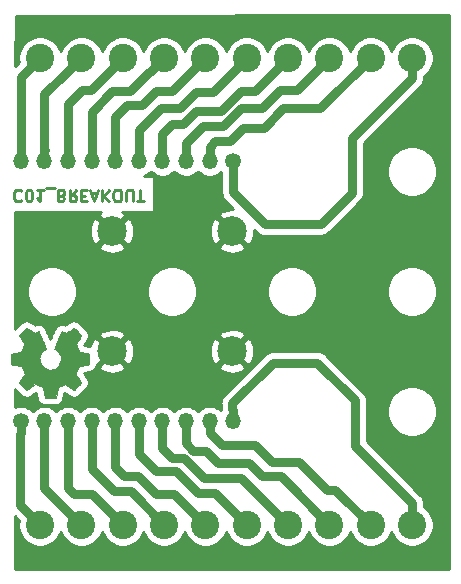
<source format=gbr>
G04 #@! TF.GenerationSoftware,KiCad,Pcbnew,5.1.5-52549c5~86~ubuntu18.04.1*
G04 #@! TF.CreationDate,2020-09-07T14:49:02-05:00*
G04 #@! TF.ProjectId,C01,4330312e-6b69-4636-9164-5f7063625858,rev?*
G04 #@! TF.SameCoordinates,Original*
G04 #@! TF.FileFunction,Copper,L2,Bot*
G04 #@! TF.FilePolarity,Positive*
%FSLAX46Y46*%
G04 Gerber Fmt 4.6, Leading zero omitted, Abs format (unit mm)*
G04 Created by KiCad (PCBNEW 5.1.5-52549c5~86~ubuntu18.04.1) date 2020-09-07 14:49:02*
%MOMM*%
%LPD*%
G04 APERTURE LIST*
%ADD10C,0.250000*%
%ADD11C,0.010000*%
%ADD12O,1.350000X1.350000*%
%ADD13C,1.350000*%
%ADD14C,2.400000*%
%ADD15C,2.499360*%
%ADD16C,0.750000*%
%ADD17C,0.254000*%
G04 APERTURE END LIST*
D10*
X21201666Y-35609257D02*
X21154047Y-35561638D01*
X21011190Y-35514019D01*
X20915952Y-35514019D01*
X20773095Y-35561638D01*
X20677857Y-35656876D01*
X20630238Y-35752114D01*
X20582619Y-35942590D01*
X20582619Y-36085447D01*
X20630238Y-36275923D01*
X20677857Y-36371161D01*
X20773095Y-36466400D01*
X20915952Y-36514019D01*
X21011190Y-36514019D01*
X21154047Y-36466400D01*
X21201666Y-36418780D01*
X21820714Y-36514019D02*
X21915952Y-36514019D01*
X22011190Y-36466400D01*
X22058809Y-36418780D01*
X22106428Y-36323542D01*
X22154047Y-36133066D01*
X22154047Y-35894971D01*
X22106428Y-35704495D01*
X22058809Y-35609257D01*
X22011190Y-35561638D01*
X21915952Y-35514019D01*
X21820714Y-35514019D01*
X21725476Y-35561638D01*
X21677857Y-35609257D01*
X21630238Y-35704495D01*
X21582619Y-35894971D01*
X21582619Y-36133066D01*
X21630238Y-36323542D01*
X21677857Y-36418780D01*
X21725476Y-36466400D01*
X21820714Y-36514019D01*
X23106428Y-35514019D02*
X22535000Y-35514019D01*
X22820714Y-35514019D02*
X22820714Y-36514019D01*
X22725476Y-36371161D01*
X22630238Y-36275923D01*
X22535000Y-36228304D01*
X23296904Y-35418780D02*
X24058809Y-35418780D01*
X24630238Y-36037828D02*
X24773095Y-35990209D01*
X24820714Y-35942590D01*
X24868333Y-35847352D01*
X24868333Y-35704495D01*
X24820714Y-35609257D01*
X24773095Y-35561638D01*
X24677857Y-35514019D01*
X24296904Y-35514019D01*
X24296904Y-36514019D01*
X24630238Y-36514019D01*
X24725476Y-36466400D01*
X24773095Y-36418780D01*
X24820714Y-36323542D01*
X24820714Y-36228304D01*
X24773095Y-36133066D01*
X24725476Y-36085447D01*
X24630238Y-36037828D01*
X24296904Y-36037828D01*
X25868333Y-35514019D02*
X25535000Y-35990209D01*
X25296904Y-35514019D02*
X25296904Y-36514019D01*
X25677857Y-36514019D01*
X25773095Y-36466400D01*
X25820714Y-36418780D01*
X25868333Y-36323542D01*
X25868333Y-36180685D01*
X25820714Y-36085447D01*
X25773095Y-36037828D01*
X25677857Y-35990209D01*
X25296904Y-35990209D01*
X26296904Y-36037828D02*
X26630238Y-36037828D01*
X26773095Y-35514019D02*
X26296904Y-35514019D01*
X26296904Y-36514019D01*
X26773095Y-36514019D01*
X27154047Y-35799733D02*
X27630238Y-35799733D01*
X27058809Y-35514019D02*
X27392142Y-36514019D01*
X27725476Y-35514019D01*
X28058809Y-35514019D02*
X28058809Y-36514019D01*
X28630238Y-35514019D02*
X28201666Y-36085447D01*
X28630238Y-36514019D02*
X28058809Y-35942590D01*
X29249285Y-36514019D02*
X29439761Y-36514019D01*
X29535000Y-36466400D01*
X29630238Y-36371161D01*
X29677857Y-36180685D01*
X29677857Y-35847352D01*
X29630238Y-35656876D01*
X29535000Y-35561638D01*
X29439761Y-35514019D01*
X29249285Y-35514019D01*
X29154047Y-35561638D01*
X29058809Y-35656876D01*
X29011190Y-35847352D01*
X29011190Y-36180685D01*
X29058809Y-36371161D01*
X29154047Y-36466400D01*
X29249285Y-36514019D01*
X30106428Y-36514019D02*
X30106428Y-35704495D01*
X30154047Y-35609257D01*
X30201666Y-35561638D01*
X30296904Y-35514019D01*
X30487380Y-35514019D01*
X30582619Y-35561638D01*
X30630238Y-35609257D01*
X30677857Y-35704495D01*
X30677857Y-36514019D01*
X31011190Y-36514019D02*
X31582619Y-36514019D01*
X31296904Y-35514019D02*
X31296904Y-36514019D01*
D11*
G36*
X24203214Y-52696069D02*
G01*
X24287035Y-52251445D01*
X24596320Y-52123947D01*
X24905606Y-51996449D01*
X25276646Y-52248754D01*
X25380557Y-52319004D01*
X25474487Y-52381728D01*
X25554052Y-52434062D01*
X25614870Y-52473143D01*
X25652557Y-52496107D01*
X25662821Y-52501058D01*
X25681310Y-52488324D01*
X25720820Y-52453118D01*
X25776922Y-52399938D01*
X25845187Y-52333282D01*
X25921186Y-52257646D01*
X26000492Y-52177528D01*
X26078675Y-52097426D01*
X26151307Y-52021836D01*
X26213959Y-51955255D01*
X26262203Y-51902182D01*
X26291610Y-51867113D01*
X26298641Y-51855377D01*
X26288523Y-51833740D01*
X26260159Y-51786338D01*
X26216529Y-51717807D01*
X26160618Y-51632785D01*
X26095406Y-51535907D01*
X26057619Y-51480650D01*
X25988743Y-51379752D01*
X25927540Y-51288701D01*
X25876978Y-51212030D01*
X25840028Y-51154272D01*
X25819658Y-51119957D01*
X25816597Y-51112746D01*
X25823536Y-51092252D01*
X25842451Y-51044487D01*
X25870487Y-50976168D01*
X25904791Y-50894011D01*
X25942509Y-50804730D01*
X25980787Y-50715042D01*
X26016770Y-50631662D01*
X26047606Y-50561306D01*
X26070439Y-50510690D01*
X26082417Y-50486529D01*
X26083124Y-50485578D01*
X26101931Y-50480964D01*
X26152018Y-50470672D01*
X26228193Y-50455713D01*
X26325265Y-50437099D01*
X26438043Y-50415841D01*
X26503842Y-50403582D01*
X26624350Y-50380638D01*
X26733197Y-50358805D01*
X26824876Y-50339278D01*
X26893881Y-50323252D01*
X26934704Y-50311921D01*
X26942911Y-50308326D01*
X26950948Y-50283994D01*
X26957433Y-50229041D01*
X26962370Y-50149892D01*
X26965764Y-50052974D01*
X26967618Y-49944713D01*
X26967938Y-49831535D01*
X26966727Y-49719865D01*
X26963990Y-49616132D01*
X26959731Y-49526759D01*
X26953955Y-49458174D01*
X26946667Y-49416803D01*
X26942295Y-49408190D01*
X26916164Y-49397867D01*
X26860793Y-49383108D01*
X26783507Y-49365648D01*
X26691630Y-49347220D01*
X26659558Y-49341259D01*
X26504924Y-49312934D01*
X26382775Y-49290124D01*
X26289073Y-49271920D01*
X26219784Y-49257417D01*
X26170871Y-49245708D01*
X26138297Y-49235885D01*
X26118028Y-49227044D01*
X26106026Y-49218276D01*
X26104347Y-49216543D01*
X26087584Y-49188629D01*
X26062014Y-49134305D01*
X26030188Y-49060223D01*
X25994660Y-48973035D01*
X25957983Y-48879392D01*
X25922711Y-48785948D01*
X25891396Y-48699353D01*
X25866593Y-48626260D01*
X25850854Y-48573322D01*
X25846732Y-48547189D01*
X25847076Y-48546274D01*
X25861041Y-48524914D01*
X25892722Y-48477916D01*
X25938791Y-48410173D01*
X25995918Y-48326577D01*
X26060773Y-48232018D01*
X26079243Y-48205146D01*
X26145099Y-48107725D01*
X26203050Y-48018837D01*
X26249938Y-47943588D01*
X26282607Y-47887080D01*
X26297900Y-47854419D01*
X26298641Y-47850407D01*
X26285792Y-47829316D01*
X26250288Y-47787536D01*
X26196693Y-47729555D01*
X26129571Y-47659865D01*
X26053487Y-47582955D01*
X25973004Y-47503317D01*
X25892687Y-47425439D01*
X25817099Y-47353814D01*
X25750805Y-47292930D01*
X25698369Y-47247279D01*
X25664355Y-47221350D01*
X25654945Y-47217117D01*
X25633043Y-47227088D01*
X25588200Y-47253980D01*
X25527721Y-47293264D01*
X25481189Y-47324883D01*
X25396875Y-47382902D01*
X25297026Y-47451216D01*
X25196873Y-47519421D01*
X25143027Y-47555925D01*
X24960771Y-47679200D01*
X24807781Y-47596480D01*
X24738082Y-47560241D01*
X24678814Y-47532074D01*
X24638711Y-47516009D01*
X24628503Y-47513774D01*
X24616229Y-47530278D01*
X24592013Y-47576918D01*
X24557663Y-47649391D01*
X24514988Y-47743394D01*
X24465794Y-47854626D01*
X24411890Y-47978785D01*
X24355084Y-48111568D01*
X24297182Y-48248673D01*
X24239993Y-48385798D01*
X24185324Y-48518642D01*
X24134984Y-48642902D01*
X24090780Y-48754275D01*
X24054519Y-48848461D01*
X24028009Y-48921156D01*
X24013058Y-48968059D01*
X24010654Y-48984167D01*
X24029711Y-49004714D01*
X24071436Y-49038067D01*
X24127106Y-49077298D01*
X24131778Y-49080401D01*
X24275664Y-49195577D01*
X24391683Y-49329947D01*
X24478830Y-49479216D01*
X24536099Y-49639087D01*
X24562486Y-49805263D01*
X24556985Y-49973448D01*
X24518590Y-50139345D01*
X24446295Y-50298658D01*
X24425026Y-50333513D01*
X24314396Y-50474263D01*
X24183702Y-50587286D01*
X24037464Y-50671997D01*
X23880208Y-50727806D01*
X23716457Y-50754126D01*
X23550733Y-50750370D01*
X23387562Y-50715950D01*
X23231465Y-50650277D01*
X23086967Y-50552765D01*
X23042269Y-50513187D01*
X22928512Y-50389297D01*
X22845618Y-50258876D01*
X22788756Y-50112685D01*
X22757087Y-49967912D01*
X22749269Y-49805140D01*
X22775338Y-49641560D01*
X22832645Y-49482702D01*
X22918544Y-49334094D01*
X23030386Y-49201265D01*
X23165523Y-49089744D01*
X23183283Y-49077989D01*
X23239550Y-49039492D01*
X23282323Y-49006137D01*
X23302772Y-48984840D01*
X23303069Y-48984167D01*
X23298679Y-48961129D01*
X23281276Y-48908843D01*
X23252668Y-48831610D01*
X23214665Y-48733732D01*
X23169074Y-48619509D01*
X23117703Y-48493242D01*
X23062362Y-48359233D01*
X23004858Y-48221782D01*
X22947001Y-48085192D01*
X22890598Y-47953763D01*
X22837458Y-47831795D01*
X22789390Y-47723591D01*
X22748201Y-47633451D01*
X22715701Y-47565677D01*
X22693697Y-47524570D01*
X22684836Y-47513774D01*
X22657760Y-47522181D01*
X22607097Y-47544728D01*
X22541583Y-47577387D01*
X22505559Y-47596480D01*
X22352568Y-47679200D01*
X22170312Y-47555925D01*
X22077275Y-47492772D01*
X21975415Y-47423273D01*
X21879962Y-47357835D01*
X21832150Y-47324883D01*
X21764905Y-47279727D01*
X21707964Y-47243943D01*
X21668754Y-47222062D01*
X21656019Y-47217437D01*
X21637483Y-47229915D01*
X21596459Y-47264748D01*
X21536925Y-47318322D01*
X21462858Y-47387017D01*
X21378235Y-47467219D01*
X21324715Y-47518714D01*
X21231081Y-47610714D01*
X21150159Y-47693001D01*
X21085223Y-47762055D01*
X21039542Y-47814356D01*
X21016389Y-47846384D01*
X21014168Y-47852884D01*
X21024476Y-47877606D01*
X21052961Y-47927595D01*
X21096463Y-47997788D01*
X21151823Y-48083125D01*
X21215880Y-48178544D01*
X21234097Y-48205146D01*
X21300473Y-48301833D01*
X21360022Y-48388883D01*
X21409416Y-48461405D01*
X21445325Y-48514507D01*
X21464419Y-48543297D01*
X21466264Y-48546274D01*
X21463505Y-48569218D01*
X21448862Y-48619664D01*
X21424887Y-48690959D01*
X21394134Y-48776453D01*
X21359156Y-48869493D01*
X21322507Y-48963426D01*
X21286739Y-49051601D01*
X21254406Y-49127366D01*
X21228062Y-49184069D01*
X21210258Y-49215057D01*
X21208993Y-49216543D01*
X21198106Y-49225399D01*
X21179718Y-49234157D01*
X21149794Y-49243723D01*
X21104297Y-49255004D01*
X21039191Y-49268907D01*
X20950439Y-49286337D01*
X20834007Y-49308202D01*
X20685858Y-49335409D01*
X20653782Y-49341259D01*
X20558714Y-49359626D01*
X20475835Y-49377595D01*
X20412470Y-49393431D01*
X20375942Y-49405400D01*
X20371044Y-49408190D01*
X20362973Y-49432928D01*
X20356413Y-49488210D01*
X20351367Y-49567611D01*
X20347841Y-49664704D01*
X20345839Y-49773062D01*
X20345364Y-49886260D01*
X20346423Y-49997872D01*
X20349018Y-50101471D01*
X20353154Y-50190632D01*
X20358837Y-50258928D01*
X20366069Y-50299934D01*
X20370429Y-50308326D01*
X20394702Y-50316792D01*
X20449974Y-50330565D01*
X20530738Y-50348450D01*
X20631488Y-50369252D01*
X20746717Y-50391777D01*
X20809498Y-50403582D01*
X20928613Y-50425849D01*
X21034835Y-50446021D01*
X21122973Y-50463085D01*
X21187834Y-50476031D01*
X21224226Y-50483845D01*
X21230216Y-50485578D01*
X21240339Y-50505110D01*
X21261738Y-50552157D01*
X21291561Y-50619997D01*
X21326955Y-50701909D01*
X21365068Y-50791172D01*
X21403047Y-50881065D01*
X21438040Y-50964865D01*
X21467194Y-51035853D01*
X21487657Y-51087306D01*
X21496577Y-51112503D01*
X21496743Y-51113604D01*
X21486631Y-51133481D01*
X21458283Y-51179223D01*
X21414677Y-51246283D01*
X21358794Y-51330116D01*
X21293613Y-51426174D01*
X21255721Y-51481350D01*
X21186675Y-51582519D01*
X21125350Y-51674370D01*
X21074737Y-51752256D01*
X21037829Y-51811531D01*
X21017618Y-51847549D01*
X21014699Y-51855623D01*
X21027247Y-51874416D01*
X21061937Y-51914543D01*
X21114337Y-51971507D01*
X21180016Y-52040815D01*
X21254544Y-52117969D01*
X21333487Y-52198475D01*
X21412417Y-52277837D01*
X21486900Y-52351560D01*
X21552506Y-52415148D01*
X21604804Y-52464106D01*
X21639361Y-52493939D01*
X21650922Y-52501058D01*
X21669746Y-52491047D01*
X21714769Y-52462922D01*
X21781613Y-52419546D01*
X21865901Y-52363782D01*
X21963256Y-52298494D01*
X22036693Y-52248754D01*
X22407733Y-51996449D01*
X23026305Y-52251445D01*
X23110125Y-52696069D01*
X23193946Y-53140693D01*
X24119394Y-53140693D01*
X24203214Y-52696069D01*
G37*
X24203214Y-52696069D02*
X24287035Y-52251445D01*
X24596320Y-52123947D01*
X24905606Y-51996449D01*
X25276646Y-52248754D01*
X25380557Y-52319004D01*
X25474487Y-52381728D01*
X25554052Y-52434062D01*
X25614870Y-52473143D01*
X25652557Y-52496107D01*
X25662821Y-52501058D01*
X25681310Y-52488324D01*
X25720820Y-52453118D01*
X25776922Y-52399938D01*
X25845187Y-52333282D01*
X25921186Y-52257646D01*
X26000492Y-52177528D01*
X26078675Y-52097426D01*
X26151307Y-52021836D01*
X26213959Y-51955255D01*
X26262203Y-51902182D01*
X26291610Y-51867113D01*
X26298641Y-51855377D01*
X26288523Y-51833740D01*
X26260159Y-51786338D01*
X26216529Y-51717807D01*
X26160618Y-51632785D01*
X26095406Y-51535907D01*
X26057619Y-51480650D01*
X25988743Y-51379752D01*
X25927540Y-51288701D01*
X25876978Y-51212030D01*
X25840028Y-51154272D01*
X25819658Y-51119957D01*
X25816597Y-51112746D01*
X25823536Y-51092252D01*
X25842451Y-51044487D01*
X25870487Y-50976168D01*
X25904791Y-50894011D01*
X25942509Y-50804730D01*
X25980787Y-50715042D01*
X26016770Y-50631662D01*
X26047606Y-50561306D01*
X26070439Y-50510690D01*
X26082417Y-50486529D01*
X26083124Y-50485578D01*
X26101931Y-50480964D01*
X26152018Y-50470672D01*
X26228193Y-50455713D01*
X26325265Y-50437099D01*
X26438043Y-50415841D01*
X26503842Y-50403582D01*
X26624350Y-50380638D01*
X26733197Y-50358805D01*
X26824876Y-50339278D01*
X26893881Y-50323252D01*
X26934704Y-50311921D01*
X26942911Y-50308326D01*
X26950948Y-50283994D01*
X26957433Y-50229041D01*
X26962370Y-50149892D01*
X26965764Y-50052974D01*
X26967618Y-49944713D01*
X26967938Y-49831535D01*
X26966727Y-49719865D01*
X26963990Y-49616132D01*
X26959731Y-49526759D01*
X26953955Y-49458174D01*
X26946667Y-49416803D01*
X26942295Y-49408190D01*
X26916164Y-49397867D01*
X26860793Y-49383108D01*
X26783507Y-49365648D01*
X26691630Y-49347220D01*
X26659558Y-49341259D01*
X26504924Y-49312934D01*
X26382775Y-49290124D01*
X26289073Y-49271920D01*
X26219784Y-49257417D01*
X26170871Y-49245708D01*
X26138297Y-49235885D01*
X26118028Y-49227044D01*
X26106026Y-49218276D01*
X26104347Y-49216543D01*
X26087584Y-49188629D01*
X26062014Y-49134305D01*
X26030188Y-49060223D01*
X25994660Y-48973035D01*
X25957983Y-48879392D01*
X25922711Y-48785948D01*
X25891396Y-48699353D01*
X25866593Y-48626260D01*
X25850854Y-48573322D01*
X25846732Y-48547189D01*
X25847076Y-48546274D01*
X25861041Y-48524914D01*
X25892722Y-48477916D01*
X25938791Y-48410173D01*
X25995918Y-48326577D01*
X26060773Y-48232018D01*
X26079243Y-48205146D01*
X26145099Y-48107725D01*
X26203050Y-48018837D01*
X26249938Y-47943588D01*
X26282607Y-47887080D01*
X26297900Y-47854419D01*
X26298641Y-47850407D01*
X26285792Y-47829316D01*
X26250288Y-47787536D01*
X26196693Y-47729555D01*
X26129571Y-47659865D01*
X26053487Y-47582955D01*
X25973004Y-47503317D01*
X25892687Y-47425439D01*
X25817099Y-47353814D01*
X25750805Y-47292930D01*
X25698369Y-47247279D01*
X25664355Y-47221350D01*
X25654945Y-47217117D01*
X25633043Y-47227088D01*
X25588200Y-47253980D01*
X25527721Y-47293264D01*
X25481189Y-47324883D01*
X25396875Y-47382902D01*
X25297026Y-47451216D01*
X25196873Y-47519421D01*
X25143027Y-47555925D01*
X24960771Y-47679200D01*
X24807781Y-47596480D01*
X24738082Y-47560241D01*
X24678814Y-47532074D01*
X24638711Y-47516009D01*
X24628503Y-47513774D01*
X24616229Y-47530278D01*
X24592013Y-47576918D01*
X24557663Y-47649391D01*
X24514988Y-47743394D01*
X24465794Y-47854626D01*
X24411890Y-47978785D01*
X24355084Y-48111568D01*
X24297182Y-48248673D01*
X24239993Y-48385798D01*
X24185324Y-48518642D01*
X24134984Y-48642902D01*
X24090780Y-48754275D01*
X24054519Y-48848461D01*
X24028009Y-48921156D01*
X24013058Y-48968059D01*
X24010654Y-48984167D01*
X24029711Y-49004714D01*
X24071436Y-49038067D01*
X24127106Y-49077298D01*
X24131778Y-49080401D01*
X24275664Y-49195577D01*
X24391683Y-49329947D01*
X24478830Y-49479216D01*
X24536099Y-49639087D01*
X24562486Y-49805263D01*
X24556985Y-49973448D01*
X24518590Y-50139345D01*
X24446295Y-50298658D01*
X24425026Y-50333513D01*
X24314396Y-50474263D01*
X24183702Y-50587286D01*
X24037464Y-50671997D01*
X23880208Y-50727806D01*
X23716457Y-50754126D01*
X23550733Y-50750370D01*
X23387562Y-50715950D01*
X23231465Y-50650277D01*
X23086967Y-50552765D01*
X23042269Y-50513187D01*
X22928512Y-50389297D01*
X22845618Y-50258876D01*
X22788756Y-50112685D01*
X22757087Y-49967912D01*
X22749269Y-49805140D01*
X22775338Y-49641560D01*
X22832645Y-49482702D01*
X22918544Y-49334094D01*
X23030386Y-49201265D01*
X23165523Y-49089744D01*
X23183283Y-49077989D01*
X23239550Y-49039492D01*
X23282323Y-49006137D01*
X23302772Y-48984840D01*
X23303069Y-48984167D01*
X23298679Y-48961129D01*
X23281276Y-48908843D01*
X23252668Y-48831610D01*
X23214665Y-48733732D01*
X23169074Y-48619509D01*
X23117703Y-48493242D01*
X23062362Y-48359233D01*
X23004858Y-48221782D01*
X22947001Y-48085192D01*
X22890598Y-47953763D01*
X22837458Y-47831795D01*
X22789390Y-47723591D01*
X22748201Y-47633451D01*
X22715701Y-47565677D01*
X22693697Y-47524570D01*
X22684836Y-47513774D01*
X22657760Y-47522181D01*
X22607097Y-47544728D01*
X22541583Y-47577387D01*
X22505559Y-47596480D01*
X22352568Y-47679200D01*
X22170312Y-47555925D01*
X22077275Y-47492772D01*
X21975415Y-47423273D01*
X21879962Y-47357835D01*
X21832150Y-47324883D01*
X21764905Y-47279727D01*
X21707964Y-47243943D01*
X21668754Y-47222062D01*
X21656019Y-47217437D01*
X21637483Y-47229915D01*
X21596459Y-47264748D01*
X21536925Y-47318322D01*
X21462858Y-47387017D01*
X21378235Y-47467219D01*
X21324715Y-47518714D01*
X21231081Y-47610714D01*
X21150159Y-47693001D01*
X21085223Y-47762055D01*
X21039542Y-47814356D01*
X21016389Y-47846384D01*
X21014168Y-47852884D01*
X21024476Y-47877606D01*
X21052961Y-47927595D01*
X21096463Y-47997788D01*
X21151823Y-48083125D01*
X21215880Y-48178544D01*
X21234097Y-48205146D01*
X21300473Y-48301833D01*
X21360022Y-48388883D01*
X21409416Y-48461405D01*
X21445325Y-48514507D01*
X21464419Y-48543297D01*
X21466264Y-48546274D01*
X21463505Y-48569218D01*
X21448862Y-48619664D01*
X21424887Y-48690959D01*
X21394134Y-48776453D01*
X21359156Y-48869493D01*
X21322507Y-48963426D01*
X21286739Y-49051601D01*
X21254406Y-49127366D01*
X21228062Y-49184069D01*
X21210258Y-49215057D01*
X21208993Y-49216543D01*
X21198106Y-49225399D01*
X21179718Y-49234157D01*
X21149794Y-49243723D01*
X21104297Y-49255004D01*
X21039191Y-49268907D01*
X20950439Y-49286337D01*
X20834007Y-49308202D01*
X20685858Y-49335409D01*
X20653782Y-49341259D01*
X20558714Y-49359626D01*
X20475835Y-49377595D01*
X20412470Y-49393431D01*
X20375942Y-49405400D01*
X20371044Y-49408190D01*
X20362973Y-49432928D01*
X20356413Y-49488210D01*
X20351367Y-49567611D01*
X20347841Y-49664704D01*
X20345839Y-49773062D01*
X20345364Y-49886260D01*
X20346423Y-49997872D01*
X20349018Y-50101471D01*
X20353154Y-50190632D01*
X20358837Y-50258928D01*
X20366069Y-50299934D01*
X20370429Y-50308326D01*
X20394702Y-50316792D01*
X20449974Y-50330565D01*
X20530738Y-50348450D01*
X20631488Y-50369252D01*
X20746717Y-50391777D01*
X20809498Y-50403582D01*
X20928613Y-50425849D01*
X21034835Y-50446021D01*
X21122973Y-50463085D01*
X21187834Y-50476031D01*
X21224226Y-50483845D01*
X21230216Y-50485578D01*
X21240339Y-50505110D01*
X21261738Y-50552157D01*
X21291561Y-50619997D01*
X21326955Y-50701909D01*
X21365068Y-50791172D01*
X21403047Y-50881065D01*
X21438040Y-50964865D01*
X21467194Y-51035853D01*
X21487657Y-51087306D01*
X21496577Y-51112503D01*
X21496743Y-51113604D01*
X21486631Y-51133481D01*
X21458283Y-51179223D01*
X21414677Y-51246283D01*
X21358794Y-51330116D01*
X21293613Y-51426174D01*
X21255721Y-51481350D01*
X21186675Y-51582519D01*
X21125350Y-51674370D01*
X21074737Y-51752256D01*
X21037829Y-51811531D01*
X21017618Y-51847549D01*
X21014699Y-51855623D01*
X21027247Y-51874416D01*
X21061937Y-51914543D01*
X21114337Y-51971507D01*
X21180016Y-52040815D01*
X21254544Y-52117969D01*
X21333487Y-52198475D01*
X21412417Y-52277837D01*
X21486900Y-52351560D01*
X21552506Y-52415148D01*
X21604804Y-52464106D01*
X21639361Y-52493939D01*
X21650922Y-52501058D01*
X21669746Y-52491047D01*
X21714769Y-52462922D01*
X21781613Y-52419546D01*
X21865901Y-52363782D01*
X21963256Y-52298494D01*
X22036693Y-52248754D01*
X22407733Y-51996449D01*
X23026305Y-52251445D01*
X23110125Y-52696069D01*
X23193946Y-53140693D01*
X24119394Y-53140693D01*
X24203214Y-52696069D01*
D12*
X39166800Y-55130000D03*
X37166800Y-55130000D03*
X35166800Y-55130000D03*
X33166800Y-55130000D03*
X31166800Y-55130000D03*
X29166800Y-55130000D03*
X27166800Y-55130000D03*
X25166800Y-55130000D03*
X23166800Y-55130000D03*
D13*
X21166800Y-55130000D03*
D12*
X21166800Y-33130000D03*
X23166800Y-33130000D03*
X25166800Y-33130000D03*
X27166800Y-33130000D03*
X29166800Y-33130000D03*
X31166800Y-33130000D03*
X33166800Y-33130000D03*
X35166800Y-33130000D03*
X37166800Y-33130000D03*
D13*
X39166800Y-33130000D03*
D14*
X54305200Y-63901400D03*
X50805200Y-63901400D03*
X47305200Y-63901400D03*
X43805200Y-63901400D03*
X40305200Y-63901400D03*
X36805200Y-63901400D03*
X33305200Y-63901400D03*
X29805200Y-63901400D03*
X26305200Y-63901400D03*
X22805200Y-63901400D03*
X22805200Y-24358600D03*
X26305200Y-24358600D03*
X29805200Y-24358600D03*
X33305200Y-24358600D03*
X36805200Y-24358600D03*
X40305200Y-24358600D03*
X43805200Y-24358600D03*
X47305200Y-24358600D03*
X50805200Y-24358600D03*
X54305200Y-24358600D03*
D15*
X39050000Y-49210000D03*
X39050000Y-39050000D03*
X28890000Y-49210000D03*
X28890000Y-39050000D03*
D16*
X21166800Y-25997000D02*
X22805200Y-24358600D01*
X21166800Y-33130000D02*
X21166800Y-25997000D01*
X23166800Y-32175406D02*
X23215600Y-32126606D01*
X23166800Y-33130000D02*
X23166800Y-32175406D01*
X25105201Y-25558599D02*
X25063601Y-25558599D01*
X26305200Y-24358600D02*
X25105201Y-25558599D01*
X23166800Y-27455400D02*
X23166800Y-33130000D01*
X25063601Y-25558599D02*
X23166800Y-27455400D01*
X29805200Y-24358600D02*
X27101800Y-27062000D01*
X27101800Y-27062000D02*
X26328800Y-27062000D01*
X25166800Y-28224000D02*
X25166800Y-33130000D01*
X26328800Y-27062000D02*
X25166800Y-28224000D01*
X32105201Y-25558599D02*
X32048601Y-25558599D01*
X33305200Y-24358600D02*
X32105201Y-25558599D01*
X32048601Y-25558599D02*
X30403800Y-27203400D01*
X30403800Y-27203400D02*
X28879800Y-27203400D01*
X27166800Y-28916400D02*
X27166800Y-33130000D01*
X28879800Y-27203400D02*
X27166800Y-28916400D01*
X36805200Y-24358600D02*
X34010600Y-27153200D01*
X34010600Y-27153200D02*
X32638400Y-27153200D01*
X32638400Y-27153200D02*
X31419800Y-28371800D01*
X31419800Y-28371800D02*
X30149800Y-28371800D01*
X29166800Y-29354800D02*
X29166800Y-33130000D01*
X30149800Y-28371800D02*
X29166800Y-29354800D01*
X39105201Y-25558599D02*
X39105201Y-25563199D01*
X40305200Y-24358600D02*
X39105201Y-25558599D01*
X39105201Y-25563199D02*
X37414200Y-27254200D01*
X37414200Y-27254200D02*
X36042600Y-27254200D01*
X36042600Y-27254200D02*
X34671000Y-28625800D01*
X34671000Y-28625800D02*
X33045400Y-28625800D01*
X31166800Y-30504400D02*
X31166800Y-33130000D01*
X33045400Y-28625800D02*
X31166800Y-30504400D01*
X43805200Y-24358600D02*
X41011200Y-27152600D01*
X41011200Y-27152600D02*
X39852600Y-27152600D01*
X39852600Y-27152600D02*
X38125400Y-28879800D01*
X38125400Y-28879800D02*
X35991800Y-28879800D01*
X35991800Y-28879800D02*
X34925000Y-29946600D01*
X34925000Y-29946600D02*
X34010600Y-29946600D01*
X33166800Y-30790400D02*
X33166800Y-33130000D01*
X34010600Y-29946600D02*
X33166800Y-30790400D01*
X47305200Y-24358600D02*
X44577000Y-27086800D01*
X44577000Y-27086800D02*
X43118800Y-27086800D01*
X43118800Y-27086800D02*
X41630600Y-28575000D01*
X41630600Y-28575000D02*
X39852600Y-28575000D01*
X39852600Y-28575000D02*
X38277800Y-30149800D01*
X38277800Y-30149800D02*
X36601400Y-30149800D01*
X35166800Y-31584400D02*
X35166800Y-33130000D01*
X36601400Y-30149800D02*
X35166800Y-31584400D01*
X50805200Y-24358600D02*
X46538000Y-28625800D01*
X46538000Y-28625800D02*
X43408600Y-28625800D01*
X43408600Y-28625800D02*
X41732200Y-30302200D01*
X41732200Y-30302200D02*
X40005000Y-30302200D01*
X40005000Y-30302200D02*
X38887400Y-31419800D01*
X38887400Y-31419800D02*
X37617400Y-31419800D01*
X37166800Y-31870400D02*
X37166800Y-33130000D01*
X37617400Y-31419800D02*
X37166800Y-31870400D01*
X54305200Y-26055656D02*
X49199800Y-31161056D01*
X54305200Y-24358600D02*
X54305200Y-26055656D01*
X49199800Y-31161056D02*
X49199800Y-35763200D01*
X49199800Y-35763200D02*
X46558200Y-38404800D01*
X46558200Y-38404800D02*
X41833800Y-38404800D01*
X39166800Y-35737800D02*
X39166800Y-33130000D01*
X41833800Y-38404800D02*
X39166800Y-35737800D01*
X39166800Y-54175406D02*
X39090600Y-54099206D01*
X39166800Y-55130000D02*
X39166800Y-54175406D01*
X39090600Y-54099206D02*
X39090600Y-53619400D01*
X39090600Y-53619400D02*
X42545000Y-50165000D01*
X42545000Y-50165000D02*
X46253400Y-50165000D01*
X46253400Y-50165000D02*
X49453800Y-53365400D01*
X49453800Y-53365400D02*
X49453800Y-57226200D01*
X54305200Y-62077600D02*
X54305200Y-63901400D01*
X49453800Y-57226200D02*
X54305200Y-62077600D01*
X37166800Y-56084594D02*
X38232206Y-57150000D01*
X37166800Y-55130000D02*
X37166800Y-56084594D01*
X38232206Y-57150000D02*
X41021000Y-57150000D01*
X41021000Y-57150000D02*
X42443400Y-58572400D01*
X42443400Y-58572400D02*
X44729400Y-58572400D01*
X44729400Y-58572400D02*
X47066200Y-60909200D01*
X47813000Y-60909200D02*
X50805200Y-63901400D01*
X47066200Y-60909200D02*
X47813000Y-60909200D01*
X35166800Y-55130000D02*
X35166800Y-56985400D01*
X35166800Y-56985400D02*
X35788600Y-57607200D01*
X35788600Y-57607200D02*
X36855400Y-57607200D01*
X36855400Y-57607200D02*
X37871400Y-58623200D01*
X37871400Y-58623200D02*
X40462200Y-58623200D01*
X40462200Y-58623200D02*
X41630600Y-59791600D01*
X43195400Y-59791600D02*
X47305200Y-63901400D01*
X41630600Y-59791600D02*
X43195400Y-59791600D01*
X33166800Y-55130000D02*
X33166800Y-57423800D01*
X33166800Y-57423800D02*
X34010600Y-58267600D01*
X34010600Y-58267600D02*
X35026600Y-58267600D01*
X35026600Y-58267600D02*
X36703000Y-59944000D01*
X39847800Y-59944000D02*
X43805200Y-63901400D01*
X36703000Y-59944000D02*
X39847800Y-59944000D01*
X31166800Y-55130000D02*
X31166800Y-57913000D01*
X31166800Y-57913000D02*
X32588200Y-59334400D01*
X32588200Y-59334400D02*
X34315400Y-59334400D01*
X34315400Y-59334400D02*
X36195000Y-61214000D01*
X37617800Y-61214000D02*
X40305200Y-63901400D01*
X36195000Y-61214000D02*
X37617800Y-61214000D01*
X29166800Y-55130000D02*
X29166800Y-59011800D01*
X29166800Y-59011800D02*
X29946600Y-59791600D01*
X29946600Y-59791600D02*
X31115000Y-59791600D01*
X31115000Y-59791600D02*
X32588200Y-61264800D01*
X34168600Y-61264800D02*
X36805200Y-63901400D01*
X32588200Y-61264800D02*
X34168600Y-61264800D01*
X27166800Y-55130000D02*
X27166800Y-59145400D01*
X27166800Y-59145400D02*
X29083000Y-61061600D01*
X30465400Y-61061600D02*
X33305200Y-63901400D01*
X29083000Y-61061600D02*
X30465400Y-61061600D01*
X25166800Y-55130000D02*
X25166800Y-60777600D01*
X25166800Y-60777600D02*
X25704800Y-61315600D01*
X27219400Y-61315600D02*
X29805200Y-63901400D01*
X25704800Y-61315600D02*
X27219400Y-61315600D01*
X23166800Y-60763000D02*
X26305200Y-63901400D01*
X23166800Y-55130000D02*
X23166800Y-60763000D01*
X21166800Y-56084594D02*
X21082000Y-56169394D01*
X21166800Y-55130000D02*
X21166800Y-56084594D01*
X21082000Y-62178200D02*
X22805200Y-63901400D01*
X21082000Y-56169394D02*
X21082000Y-62178200D01*
D17*
G36*
X57429400Y-67600000D02*
G01*
X20660000Y-67600000D01*
X20660000Y-63184555D01*
X21007681Y-63532237D01*
X20970200Y-63720668D01*
X20970200Y-64082132D01*
X21040718Y-64436650D01*
X21179044Y-64770599D01*
X21379862Y-65071144D01*
X21635456Y-65326738D01*
X21936001Y-65527556D01*
X22269950Y-65665882D01*
X22624468Y-65736400D01*
X22985932Y-65736400D01*
X23340450Y-65665882D01*
X23674399Y-65527556D01*
X23974944Y-65326738D01*
X24230538Y-65071144D01*
X24431356Y-64770599D01*
X24555200Y-64471613D01*
X24679044Y-64770599D01*
X24879862Y-65071144D01*
X25135456Y-65326738D01*
X25436001Y-65527556D01*
X25769950Y-65665882D01*
X26124468Y-65736400D01*
X26485932Y-65736400D01*
X26840450Y-65665882D01*
X27174399Y-65527556D01*
X27474944Y-65326738D01*
X27730538Y-65071144D01*
X27931356Y-64770599D01*
X28055200Y-64471613D01*
X28179044Y-64770599D01*
X28379862Y-65071144D01*
X28635456Y-65326738D01*
X28936001Y-65527556D01*
X29269950Y-65665882D01*
X29624468Y-65736400D01*
X29985932Y-65736400D01*
X30340450Y-65665882D01*
X30674399Y-65527556D01*
X30974944Y-65326738D01*
X31230538Y-65071144D01*
X31431356Y-64770599D01*
X31555200Y-64471613D01*
X31679044Y-64770599D01*
X31879862Y-65071144D01*
X32135456Y-65326738D01*
X32436001Y-65527556D01*
X32769950Y-65665882D01*
X33124468Y-65736400D01*
X33485932Y-65736400D01*
X33840450Y-65665882D01*
X34174399Y-65527556D01*
X34474944Y-65326738D01*
X34730538Y-65071144D01*
X34931356Y-64770599D01*
X35055200Y-64471613D01*
X35179044Y-64770599D01*
X35379862Y-65071144D01*
X35635456Y-65326738D01*
X35936001Y-65527556D01*
X36269950Y-65665882D01*
X36624468Y-65736400D01*
X36985932Y-65736400D01*
X37340450Y-65665882D01*
X37674399Y-65527556D01*
X37974944Y-65326738D01*
X38230538Y-65071144D01*
X38431356Y-64770599D01*
X38555200Y-64471613D01*
X38679044Y-64770599D01*
X38879862Y-65071144D01*
X39135456Y-65326738D01*
X39436001Y-65527556D01*
X39769950Y-65665882D01*
X40124468Y-65736400D01*
X40485932Y-65736400D01*
X40840450Y-65665882D01*
X41174399Y-65527556D01*
X41474944Y-65326738D01*
X41730538Y-65071144D01*
X41931356Y-64770599D01*
X42055200Y-64471613D01*
X42179044Y-64770599D01*
X42379862Y-65071144D01*
X42635456Y-65326738D01*
X42936001Y-65527556D01*
X43269950Y-65665882D01*
X43624468Y-65736400D01*
X43985932Y-65736400D01*
X44340450Y-65665882D01*
X44674399Y-65527556D01*
X44974944Y-65326738D01*
X45230538Y-65071144D01*
X45431356Y-64770599D01*
X45555200Y-64471613D01*
X45679044Y-64770599D01*
X45879862Y-65071144D01*
X46135456Y-65326738D01*
X46436001Y-65527556D01*
X46769950Y-65665882D01*
X47124468Y-65736400D01*
X47485932Y-65736400D01*
X47840450Y-65665882D01*
X48174399Y-65527556D01*
X48474944Y-65326738D01*
X48730538Y-65071144D01*
X48931356Y-64770599D01*
X49055200Y-64471613D01*
X49179044Y-64770599D01*
X49379862Y-65071144D01*
X49635456Y-65326738D01*
X49936001Y-65527556D01*
X50269950Y-65665882D01*
X50624468Y-65736400D01*
X50985932Y-65736400D01*
X51340450Y-65665882D01*
X51674399Y-65527556D01*
X51974944Y-65326738D01*
X52230538Y-65071144D01*
X52431356Y-64770599D01*
X52555200Y-64471613D01*
X52679044Y-64770599D01*
X52879862Y-65071144D01*
X53135456Y-65326738D01*
X53436001Y-65527556D01*
X53769950Y-65665882D01*
X54124468Y-65736400D01*
X54485932Y-65736400D01*
X54840450Y-65665882D01*
X55174399Y-65527556D01*
X55474944Y-65326738D01*
X55730538Y-65071144D01*
X55931356Y-64770599D01*
X56069682Y-64436650D01*
X56140200Y-64082132D01*
X56140200Y-63720668D01*
X56069682Y-63366150D01*
X55931356Y-63032201D01*
X55730538Y-62731656D01*
X55474944Y-62476062D01*
X55315200Y-62369324D01*
X55315200Y-62127208D01*
X55320086Y-62077600D01*
X55300585Y-61879605D01*
X55242832Y-61689220D01*
X55223568Y-61653179D01*
X55149047Y-61513760D01*
X55022833Y-61359967D01*
X54984300Y-61328344D01*
X50463800Y-56807845D01*
X50463800Y-54079721D01*
X52155000Y-54079721D01*
X52155000Y-54500279D01*
X52237047Y-54912756D01*
X52397988Y-55301302D01*
X52631637Y-55650983D01*
X52929017Y-55948363D01*
X53278698Y-56182012D01*
X53667244Y-56342953D01*
X54079721Y-56425000D01*
X54500279Y-56425000D01*
X54912756Y-56342953D01*
X55301302Y-56182012D01*
X55650983Y-55948363D01*
X55948363Y-55650983D01*
X56182012Y-55301302D01*
X56342953Y-54912756D01*
X56425000Y-54500279D01*
X56425000Y-54079721D01*
X56342953Y-53667244D01*
X56182012Y-53278698D01*
X55948363Y-52929017D01*
X55650983Y-52631637D01*
X55301302Y-52397988D01*
X54912756Y-52237047D01*
X54500279Y-52155000D01*
X54079721Y-52155000D01*
X53667244Y-52237047D01*
X53278698Y-52397988D01*
X52929017Y-52631637D01*
X52631637Y-52929017D01*
X52397988Y-53278698D01*
X52237047Y-53667244D01*
X52155000Y-54079721D01*
X50463800Y-54079721D01*
X50463800Y-53415004D01*
X50468686Y-53365399D01*
X50463800Y-53315792D01*
X50449185Y-53167406D01*
X50391432Y-52977020D01*
X50297647Y-52801560D01*
X50171433Y-52647767D01*
X50132894Y-52616139D01*
X47002661Y-49485906D01*
X46971033Y-49447367D01*
X46817240Y-49321153D01*
X46641780Y-49227368D01*
X46451394Y-49169615D01*
X46303008Y-49155000D01*
X46253400Y-49150114D01*
X46203792Y-49155000D01*
X42594604Y-49155000D01*
X42544999Y-49150114D01*
X42495394Y-49155000D01*
X42495392Y-49155000D01*
X42347006Y-49169615D01*
X42156620Y-49227368D01*
X41981160Y-49321153D01*
X41827367Y-49447367D01*
X41795739Y-49485906D01*
X38411501Y-52870144D01*
X38372968Y-52901767D01*
X38341345Y-52940300D01*
X38341344Y-52940301D01*
X38279990Y-53015061D01*
X38246754Y-53055560D01*
X38152968Y-53231020D01*
X38125432Y-53321794D01*
X38095215Y-53421406D01*
X38075714Y-53619400D01*
X38080600Y-53669008D01*
X38080600Y-54049598D01*
X38075714Y-54099206D01*
X38080600Y-54148813D01*
X38085229Y-54195808D01*
X38001877Y-54112456D01*
X37787318Y-53969093D01*
X37548913Y-53870342D01*
X37295824Y-53820000D01*
X37037776Y-53820000D01*
X36784687Y-53870342D01*
X36546282Y-53969093D01*
X36331723Y-54112456D01*
X36166800Y-54277379D01*
X36001877Y-54112456D01*
X35787318Y-53969093D01*
X35548913Y-53870342D01*
X35295824Y-53820000D01*
X35037776Y-53820000D01*
X34784687Y-53870342D01*
X34546282Y-53969093D01*
X34331723Y-54112456D01*
X34166800Y-54277379D01*
X34001877Y-54112456D01*
X33787318Y-53969093D01*
X33548913Y-53870342D01*
X33295824Y-53820000D01*
X33037776Y-53820000D01*
X32784687Y-53870342D01*
X32546282Y-53969093D01*
X32331723Y-54112456D01*
X32166800Y-54277379D01*
X32001877Y-54112456D01*
X31787318Y-53969093D01*
X31548913Y-53870342D01*
X31295824Y-53820000D01*
X31037776Y-53820000D01*
X30784687Y-53870342D01*
X30546282Y-53969093D01*
X30331723Y-54112456D01*
X30166800Y-54277379D01*
X30001877Y-54112456D01*
X29787318Y-53969093D01*
X29548913Y-53870342D01*
X29295824Y-53820000D01*
X29037776Y-53820000D01*
X28784687Y-53870342D01*
X28546282Y-53969093D01*
X28331723Y-54112456D01*
X28166800Y-54277379D01*
X28001877Y-54112456D01*
X27787318Y-53969093D01*
X27548913Y-53870342D01*
X27295824Y-53820000D01*
X27037776Y-53820000D01*
X26784687Y-53870342D01*
X26546282Y-53969093D01*
X26331723Y-54112456D01*
X26166800Y-54277379D01*
X26001877Y-54112456D01*
X25787318Y-53969093D01*
X25548913Y-53870342D01*
X25295824Y-53820000D01*
X25037776Y-53820000D01*
X24784687Y-53870342D01*
X24546282Y-53969093D01*
X24331723Y-54112456D01*
X24166800Y-54277379D01*
X24001877Y-54112456D01*
X23787318Y-53969093D01*
X23548913Y-53870342D01*
X23295824Y-53820000D01*
X23037776Y-53820000D01*
X22784687Y-53870342D01*
X22546282Y-53969093D01*
X22331723Y-54112456D01*
X22166800Y-54277379D01*
X22001877Y-54112456D01*
X21787318Y-53969093D01*
X21548913Y-53870342D01*
X21295824Y-53820000D01*
X21037776Y-53820000D01*
X20784687Y-53870342D01*
X20660000Y-53921989D01*
X20660000Y-52422504D01*
X20715469Y-52481038D01*
X20715574Y-52481129D01*
X20719702Y-52485462D01*
X20794230Y-52562616D01*
X20794349Y-52562717D01*
X20797582Y-52566060D01*
X20876525Y-52646566D01*
X20876643Y-52646665D01*
X20879705Y-52649787D01*
X20958635Y-52729149D01*
X20958759Y-52729251D01*
X20962195Y-52732700D01*
X21036678Y-52806423D01*
X21036773Y-52806501D01*
X21041475Y-52811121D01*
X21107081Y-52874709D01*
X21107931Y-52875385D01*
X21108642Y-52876218D01*
X21115123Y-52882370D01*
X21167421Y-52931328D01*
X21174122Y-52936472D01*
X21179858Y-52942667D01*
X21186581Y-52948554D01*
X21221138Y-52978387D01*
X21259360Y-53005354D01*
X21296207Y-53034167D01*
X21303783Y-53038905D01*
X21315344Y-53046024D01*
X21320740Y-53048659D01*
X21323200Y-53050394D01*
X21330668Y-53053719D01*
X21342648Y-53061921D01*
X21385614Y-53080332D01*
X21427587Y-53100825D01*
X21442887Y-53104874D01*
X21457458Y-53111118D01*
X21503197Y-53120836D01*
X21548336Y-53132782D01*
X21564137Y-53133783D01*
X21579637Y-53137076D01*
X21626362Y-53137724D01*
X21672992Y-53140678D01*
X21688695Y-53138589D01*
X21704531Y-53138809D01*
X21750480Y-53130371D01*
X21796808Y-53124209D01*
X21811809Y-53119109D01*
X21827384Y-53116249D01*
X21870819Y-53099048D01*
X21915067Y-53084005D01*
X21928788Y-53076091D01*
X21943514Y-53070259D01*
X21951433Y-53066118D01*
X21970257Y-53056108D01*
X21985117Y-53046233D01*
X22001209Y-53038526D01*
X22008821Y-53033844D01*
X22053844Y-53005719D01*
X22054680Y-53005075D01*
X22055622Y-53004604D01*
X22063152Y-52999792D01*
X22129995Y-52956416D01*
X22130104Y-52956329D01*
X22134743Y-52953306D01*
X22219031Y-52897542D01*
X22219154Y-52897442D01*
X22222362Y-52895323D01*
X22319717Y-52830035D01*
X22319823Y-52829948D01*
X22322161Y-52828388D01*
X22395598Y-52778648D01*
X22395657Y-52778599D01*
X22396569Y-52777988D01*
X22465463Y-52731141D01*
X22481198Y-52814608D01*
X22481203Y-52814634D01*
X22565024Y-53259258D01*
X22565219Y-53259926D01*
X22565282Y-53260617D01*
X22582752Y-53319974D01*
X22600032Y-53379158D01*
X22600351Y-53379771D01*
X22600548Y-53380441D01*
X22629237Y-53435317D01*
X22657661Y-53489975D01*
X22658095Y-53490517D01*
X22658417Y-53491133D01*
X22697049Y-53539182D01*
X22735716Y-53587489D01*
X22736249Y-53587938D01*
X22736683Y-53588478D01*
X22784019Y-53628197D01*
X22831227Y-53667983D01*
X22831833Y-53668318D01*
X22832367Y-53668766D01*
X22886795Y-53698688D01*
X22940553Y-53728393D01*
X22941210Y-53728603D01*
X22941823Y-53728940D01*
X23000870Y-53747670D01*
X23059530Y-53766418D01*
X23060221Y-53766497D01*
X23060883Y-53766707D01*
X23122285Y-53773595D01*
X23183627Y-53780610D01*
X23184319Y-53780553D01*
X23185010Y-53780631D01*
X23193946Y-53780693D01*
X24119394Y-53780693D01*
X24120084Y-53780625D01*
X24120779Y-53780692D01*
X24182454Y-53774510D01*
X24243704Y-53768504D01*
X24244368Y-53768304D01*
X24245062Y-53768234D01*
X24304210Y-53750236D01*
X24363279Y-53732402D01*
X24363894Y-53732075D01*
X24364558Y-53731873D01*
X24419018Y-53702766D01*
X24473565Y-53673763D01*
X24474103Y-53673324D01*
X24474717Y-53672996D01*
X24522678Y-53633707D01*
X24570360Y-53594818D01*
X24570800Y-53594286D01*
X24571342Y-53593842D01*
X24610807Y-53545926D01*
X24649978Y-53498576D01*
X24650308Y-53497966D01*
X24650751Y-53497428D01*
X24679978Y-53443092D01*
X24709386Y-53388703D01*
X24709593Y-53388035D01*
X24709921Y-53387425D01*
X24728021Y-53328502D01*
X24746322Y-53269383D01*
X24746395Y-53268691D01*
X24746599Y-53268026D01*
X24748316Y-53259257D01*
X24832136Y-52814632D01*
X24847876Y-52731141D01*
X24916769Y-52777988D01*
X24916852Y-52778033D01*
X24918198Y-52778957D01*
X25022108Y-52849206D01*
X25022240Y-52849277D01*
X25025141Y-52851244D01*
X25119071Y-52913968D01*
X25119209Y-52914042D01*
X25122786Y-52916430D01*
X25202351Y-52968764D01*
X25202452Y-52968817D01*
X25208069Y-52972482D01*
X25268887Y-53011563D01*
X25271726Y-53013017D01*
X25274250Y-53014972D01*
X25281849Y-53019675D01*
X25319536Y-53042639D01*
X25343730Y-53054312D01*
X25366480Y-53068611D01*
X25374501Y-53072549D01*
X25384766Y-53077500D01*
X25403196Y-53084263D01*
X25420553Y-53093431D01*
X25431757Y-53096780D01*
X25432034Y-53096914D01*
X25433326Y-53097250D01*
X25461709Y-53105734D01*
X25502026Y-53120529D01*
X25521411Y-53123582D01*
X25540226Y-53129207D01*
X25583001Y-53133283D01*
X25625411Y-53139963D01*
X25645020Y-53139193D01*
X25664569Y-53141056D01*
X25707305Y-53136748D01*
X25750221Y-53135063D01*
X25769316Y-53130497D01*
X25788845Y-53128528D01*
X25829918Y-53116004D01*
X25871702Y-53106012D01*
X25889553Y-53097821D01*
X25908321Y-53092098D01*
X25946181Y-53071835D01*
X25985227Y-53053918D01*
X26001136Y-53042423D01*
X26018446Y-53033159D01*
X26025841Y-53028141D01*
X26044330Y-53015407D01*
X26071428Y-52992542D01*
X26100371Y-52972048D01*
X26107084Y-52966149D01*
X26146594Y-52930943D01*
X26150263Y-52926966D01*
X26154583Y-52923703D01*
X26161111Y-52917601D01*
X26217213Y-52864420D01*
X26217388Y-52864218D01*
X26217605Y-52864049D01*
X26224042Y-52857851D01*
X26292306Y-52791195D01*
X26292395Y-52791089D01*
X26296651Y-52786912D01*
X26372649Y-52711277D01*
X26372748Y-52711157D01*
X26376033Y-52707884D01*
X26455339Y-52627766D01*
X26455441Y-52627641D01*
X26458493Y-52624557D01*
X26536677Y-52544455D01*
X26536778Y-52544329D01*
X26540163Y-52540855D01*
X26612795Y-52465264D01*
X26612868Y-52465171D01*
X26617399Y-52460423D01*
X26680051Y-52393842D01*
X26680692Y-52393012D01*
X26681483Y-52392316D01*
X26687539Y-52385745D01*
X26735783Y-52332672D01*
X26740768Y-52325977D01*
X26746816Y-52320214D01*
X26752605Y-52313407D01*
X26782012Y-52278338D01*
X26808037Y-52240302D01*
X26835978Y-52203659D01*
X26840624Y-52196026D01*
X26847655Y-52184290D01*
X26850554Y-52178165D01*
X26852546Y-52175253D01*
X26858388Y-52161611D01*
X26872432Y-52131934D01*
X26897963Y-52079908D01*
X26899139Y-52075500D01*
X26901085Y-52071388D01*
X26915208Y-52015268D01*
X26930160Y-51959223D01*
X26930457Y-51954672D01*
X26931568Y-51950259D01*
X26934525Y-51892415D01*
X26938304Y-51834582D01*
X26937712Y-51830065D01*
X26937945Y-51825515D01*
X26929602Y-51768153D01*
X26922081Y-51710734D01*
X26920624Y-51706420D01*
X26919968Y-51701909D01*
X26900656Y-51647296D01*
X26894986Y-51630507D01*
X26894035Y-51626484D01*
X26892458Y-51623023D01*
X26882114Y-51592395D01*
X26878385Y-51584274D01*
X26868267Y-51562637D01*
X26853919Y-51538435D01*
X26842248Y-51512820D01*
X26837713Y-51505121D01*
X26809349Y-51457719D01*
X26806722Y-51454168D01*
X26804780Y-51450201D01*
X26800033Y-51442629D01*
X26756403Y-51374098D01*
X26756245Y-51373897D01*
X26756125Y-51373660D01*
X26751267Y-51366160D01*
X26695356Y-51281138D01*
X26695284Y-51281048D01*
X26691540Y-51275403D01*
X26626328Y-51178525D01*
X26626227Y-51178403D01*
X26623694Y-51174643D01*
X26585907Y-51119385D01*
X26537435Y-51048377D01*
X26556326Y-51044816D01*
X26621063Y-51032755D01*
X26621179Y-51032722D01*
X26623544Y-51032288D01*
X26744052Y-51009344D01*
X26744177Y-51009307D01*
X26750217Y-51008139D01*
X26859064Y-50986306D01*
X26859139Y-50986283D01*
X26866522Y-50984764D01*
X26958200Y-50965237D01*
X26959542Y-50964811D01*
X26960941Y-50964647D01*
X26969659Y-50962686D01*
X27038664Y-50946660D01*
X27047354Y-50943723D01*
X27056424Y-50942268D01*
X27065051Y-50939937D01*
X27105873Y-50928607D01*
X27144126Y-50913837D01*
X27183284Y-50901674D01*
X27191494Y-50898145D01*
X27199701Y-50894550D01*
X27211749Y-50887802D01*
X27224686Y-50882959D01*
X27266160Y-50857323D01*
X27308675Y-50833508D01*
X27319181Y-50824549D01*
X27330933Y-50817285D01*
X27366640Y-50784079D01*
X27403718Y-50752462D01*
X27412283Y-50741634D01*
X27422401Y-50732225D01*
X27450971Y-50692725D01*
X27481209Y-50654499D01*
X27487512Y-50642206D01*
X27495604Y-50631018D01*
X27515952Y-50586736D01*
X27538196Y-50543350D01*
X27541990Y-50530068D01*
X27545064Y-50523377D01*
X27756229Y-50523377D01*
X27882104Y-50813315D01*
X28214262Y-50979139D01*
X28572387Y-51076975D01*
X28942719Y-51103065D01*
X29311025Y-51056405D01*
X29663151Y-50938789D01*
X29897896Y-50813315D01*
X30023771Y-50523377D01*
X37916229Y-50523377D01*
X38042104Y-50813315D01*
X38374262Y-50979139D01*
X38732387Y-51076975D01*
X39102719Y-51103065D01*
X39471025Y-51056405D01*
X39823151Y-50938789D01*
X40057896Y-50813315D01*
X40183771Y-50523377D01*
X39050000Y-49389605D01*
X37916229Y-50523377D01*
X30023771Y-50523377D01*
X28890000Y-49389605D01*
X27756229Y-50523377D01*
X27545064Y-50523377D01*
X27547756Y-50517521D01*
X27550618Y-50509055D01*
X27558655Y-50484723D01*
X27571816Y-50426220D01*
X27585429Y-50367867D01*
X27586036Y-50363015D01*
X27586070Y-50362863D01*
X27586074Y-50362710D01*
X27586538Y-50359000D01*
X27589902Y-50330492D01*
X28710395Y-49210000D01*
X29069605Y-49210000D01*
X30203377Y-50343771D01*
X30493315Y-50217896D01*
X30659139Y-49885738D01*
X30756975Y-49527613D01*
X30775636Y-49262719D01*
X37156935Y-49262719D01*
X37203595Y-49631025D01*
X37321211Y-49983151D01*
X37446685Y-50217896D01*
X37736623Y-50343771D01*
X38870395Y-49210000D01*
X39229605Y-49210000D01*
X40363377Y-50343771D01*
X40653315Y-50217896D01*
X40819139Y-49885738D01*
X40916975Y-49527613D01*
X40943065Y-49157281D01*
X40896405Y-48788975D01*
X40778789Y-48436849D01*
X40653315Y-48202104D01*
X40363377Y-48076229D01*
X39229605Y-49210000D01*
X38870395Y-49210000D01*
X37736623Y-48076229D01*
X37446685Y-48202104D01*
X37280861Y-48534262D01*
X37183025Y-48892387D01*
X37156935Y-49262719D01*
X30775636Y-49262719D01*
X30783065Y-49157281D01*
X30736405Y-48788975D01*
X30618789Y-48436849D01*
X30493315Y-48202104D01*
X30203377Y-48076229D01*
X29069605Y-49210000D01*
X28710395Y-49210000D01*
X27576623Y-48076229D01*
X27286685Y-48202104D01*
X27120861Y-48534262D01*
X27055717Y-48772719D01*
X27025628Y-48764699D01*
X27017914Y-48763432D01*
X27010527Y-48760870D01*
X27001824Y-48758840D01*
X26924538Y-48741380D01*
X26921260Y-48740970D01*
X26918116Y-48739964D01*
X26909367Y-48738146D01*
X26817490Y-48719718D01*
X26817423Y-48719711D01*
X26817353Y-48719690D01*
X26808579Y-48717996D01*
X26776507Y-48712035D01*
X26776417Y-48712027D01*
X26774871Y-48711733D01*
X26621422Y-48683625D01*
X26564482Y-48672992D01*
X26555353Y-48649685D01*
X26553587Y-48645005D01*
X26588562Y-48594011D01*
X26588563Y-48594010D01*
X26606671Y-48567665D01*
X26606747Y-48567528D01*
X26609462Y-48563571D01*
X26675318Y-48466150D01*
X26675735Y-48465380D01*
X26676291Y-48464706D01*
X26681223Y-48457254D01*
X26739174Y-48368366D01*
X26740144Y-48366503D01*
X26741453Y-48364847D01*
X26746231Y-48357296D01*
X26793119Y-48282046D01*
X26795837Y-48276554D01*
X26799481Y-48271617D01*
X26804007Y-48263912D01*
X26836676Y-48207404D01*
X26846262Y-48186304D01*
X26858370Y-48166539D01*
X26862216Y-48158473D01*
X26877509Y-48125812D01*
X26882418Y-48111943D01*
X26889335Y-48098968D01*
X26903220Y-48053165D01*
X26919183Y-48008063D01*
X26921302Y-47993519D01*
X26925572Y-47979435D01*
X26927256Y-47970658D01*
X26927997Y-47966646D01*
X26931508Y-47925393D01*
X26935884Y-47896623D01*
X27756229Y-47896623D01*
X28890000Y-49030395D01*
X30023771Y-47896623D01*
X37916229Y-47896623D01*
X39050000Y-49030395D01*
X40183771Y-47896623D01*
X40057896Y-47606685D01*
X39725738Y-47440861D01*
X39367613Y-47343025D01*
X38997281Y-47316935D01*
X38628975Y-47363595D01*
X38276849Y-47481211D01*
X38042104Y-47606685D01*
X37916229Y-47896623D01*
X30023771Y-47896623D01*
X29897896Y-47606685D01*
X29565738Y-47440861D01*
X29207613Y-47343025D01*
X28837281Y-47316935D01*
X28468975Y-47363595D01*
X28116849Y-47481211D01*
X27882104Y-47606685D01*
X27756229Y-47896623D01*
X26935884Y-47896623D01*
X26937735Y-47884454D01*
X26936792Y-47863291D01*
X26938588Y-47842190D01*
X26934020Y-47801049D01*
X26932177Y-47759672D01*
X26927141Y-47739092D01*
X26924804Y-47718047D01*
X26912327Y-47678560D01*
X26902486Y-47638346D01*
X26893555Y-47619150D01*
X26887171Y-47598945D01*
X26867262Y-47562635D01*
X26849798Y-47525097D01*
X26845202Y-47517433D01*
X26832352Y-47496342D01*
X26804817Y-47459736D01*
X26779224Y-47421732D01*
X26773485Y-47414882D01*
X26737981Y-47373102D01*
X26731570Y-47366902D01*
X26726283Y-47359717D01*
X26720263Y-47353113D01*
X26666668Y-47295132D01*
X26665094Y-47293732D01*
X26663809Y-47292059D01*
X26657655Y-47285580D01*
X26590533Y-47215889D01*
X26590513Y-47215872D01*
X26584556Y-47209767D01*
X26508472Y-47132856D01*
X26508379Y-47132779D01*
X26503641Y-47128025D01*
X26423158Y-47048387D01*
X26423057Y-47048305D01*
X26418522Y-47043846D01*
X26338205Y-46965968D01*
X26338131Y-46965909D01*
X26332893Y-46960876D01*
X26257305Y-46889251D01*
X26256893Y-46888931D01*
X26256545Y-46888531D01*
X26250005Y-46882441D01*
X26183711Y-46821557D01*
X26180482Y-46819127D01*
X26177744Y-46816145D01*
X26171045Y-46810231D01*
X26118609Y-46764580D01*
X26105271Y-46755086D01*
X26093434Y-46743767D01*
X26086365Y-46738301D01*
X26052351Y-46712372D01*
X26047112Y-46709134D01*
X26042523Y-46705028D01*
X26007210Y-46684127D01*
X25997142Y-46676283D01*
X25979986Y-46667646D01*
X25946101Y-46646703D01*
X25940336Y-46644545D01*
X25935035Y-46641408D01*
X25926911Y-46637685D01*
X25917501Y-46633452D01*
X25901068Y-46627915D01*
X25885576Y-46620116D01*
X25844790Y-46608788D01*
X25829118Y-46602923D01*
X25824775Y-46602210D01*
X25799133Y-46593571D01*
X25781938Y-46591332D01*
X25765226Y-46586690D01*
X25720121Y-46583281D01*
X25675273Y-46577440D01*
X25657969Y-46578583D01*
X25640675Y-46577276D01*
X25595773Y-46582692D01*
X25550638Y-46585674D01*
X25533882Y-46590158D01*
X25516667Y-46592234D01*
X25473668Y-46606269D01*
X25429977Y-46617960D01*
X25414418Y-46625609D01*
X25397927Y-46630992D01*
X25389769Y-46634638D01*
X25367867Y-46644609D01*
X25340427Y-46660501D01*
X25311585Y-46673676D01*
X25303890Y-46678218D01*
X25259047Y-46705110D01*
X25253399Y-46709297D01*
X25247106Y-46712449D01*
X25239578Y-46717265D01*
X25179099Y-46756549D01*
X25177386Y-46757917D01*
X25175445Y-46758940D01*
X25168019Y-46763911D01*
X25121488Y-46795530D01*
X25121374Y-46795625D01*
X25118385Y-46797651D01*
X25034696Y-46855240D01*
X24936392Y-46922497D01*
X24914832Y-46937180D01*
X24876705Y-46921906D01*
X24830207Y-46908370D01*
X24798998Y-46897776D01*
X24790240Y-46894547D01*
X24788821Y-46894321D01*
X24784310Y-46892790D01*
X24775594Y-46890819D01*
X24765386Y-46888584D01*
X24760083Y-46887956D01*
X24756777Y-46886994D01*
X24737947Y-46885336D01*
X24716014Y-46882741D01*
X24666885Y-46874926D01*
X24654074Y-46875410D01*
X24641345Y-46873903D01*
X24591778Y-46877761D01*
X24542067Y-46879637D01*
X24529589Y-46882601D01*
X24516816Y-46883595D01*
X24468940Y-46897007D01*
X24420542Y-46908503D01*
X24408884Y-46913831D01*
X24396540Y-46917289D01*
X24352177Y-46939748D01*
X24306938Y-46960423D01*
X24296533Y-46967917D01*
X24285100Y-46973705D01*
X24245941Y-47004355D01*
X24205583Y-47033422D01*
X24196835Y-47042790D01*
X24186741Y-47050691D01*
X24154289Y-47088354D01*
X24120336Y-47124715D01*
X24114954Y-47131848D01*
X24102680Y-47148352D01*
X24078505Y-47188525D01*
X24052400Y-47227463D01*
X24048227Y-47235365D01*
X24024011Y-47282005D01*
X24021343Y-47288661D01*
X24017568Y-47294760D01*
X24013685Y-47302808D01*
X23979335Y-47375281D01*
X23979065Y-47376034D01*
X23978654Y-47376722D01*
X23974903Y-47384833D01*
X23932228Y-47478836D01*
X23932184Y-47478965D01*
X23929676Y-47484531D01*
X23880482Y-47595763D01*
X23880433Y-47595913D01*
X23878734Y-47599753D01*
X23824830Y-47723911D01*
X23824785Y-47724051D01*
X23823475Y-47727055D01*
X23766669Y-47859838D01*
X23766626Y-47859973D01*
X23765505Y-47862578D01*
X23707603Y-47999683D01*
X23707564Y-47999808D01*
X23706495Y-48002322D01*
X23656701Y-48121715D01*
X23653906Y-48114946D01*
X23653840Y-48114822D01*
X23652776Y-48112228D01*
X23595272Y-47974777D01*
X23595207Y-47974656D01*
X23594170Y-47972160D01*
X23536313Y-47835570D01*
X23536246Y-47835446D01*
X23535130Y-47832796D01*
X23478727Y-47701366D01*
X23478656Y-47701238D01*
X23477329Y-47698132D01*
X23424188Y-47576164D01*
X23424115Y-47576033D01*
X23422343Y-47571968D01*
X23374275Y-47463765D01*
X23374216Y-47463661D01*
X23371497Y-47457600D01*
X23330308Y-47367460D01*
X23329574Y-47366196D01*
X23329089Y-47364806D01*
X23325281Y-47356722D01*
X23292780Y-47288947D01*
X23287726Y-47280609D01*
X23284111Y-47271551D01*
X23279949Y-47263643D01*
X23257945Y-47222536D01*
X23225656Y-47174229D01*
X23194024Y-47125479D01*
X23188540Y-47118703D01*
X23188533Y-47118692D01*
X23188525Y-47118684D01*
X23188402Y-47118532D01*
X23179541Y-47107736D01*
X23135910Y-47064072D01*
X23092362Y-47020295D01*
X23091764Y-47019892D01*
X23091253Y-47019381D01*
X23040034Y-46985064D01*
X22988750Y-46950536D01*
X22988082Y-46950256D01*
X22987485Y-46949856D01*
X22930451Y-46926089D01*
X22873562Y-46902233D01*
X22872860Y-46902089D01*
X22872189Y-46901810D01*
X22811584Y-46889566D01*
X22751186Y-46877222D01*
X22750462Y-46877218D01*
X22749756Y-46877075D01*
X22688078Y-46876836D01*
X22626281Y-46876459D01*
X22625572Y-46876595D01*
X22624851Y-46876592D01*
X22564408Y-46888317D01*
X22503608Y-46899969D01*
X22502305Y-46900364D01*
X22502231Y-46900378D01*
X22502154Y-46900409D01*
X22495056Y-46902559D01*
X22467980Y-46910966D01*
X22437382Y-46923859D01*
X22405731Y-46933894D01*
X22398399Y-46937096D01*
X22336672Y-46894980D01*
X22242688Y-46830549D01*
X22195336Y-46797915D01*
X22195277Y-46797882D01*
X22188940Y-46793563D01*
X22121694Y-46748407D01*
X22117081Y-46745925D01*
X22112977Y-46742655D01*
X22105444Y-46737848D01*
X22048503Y-46702064D01*
X22037566Y-46696600D01*
X22027612Y-46689483D01*
X22019839Y-46685074D01*
X21980629Y-46663193D01*
X21937628Y-46644439D01*
X21912889Y-46632180D01*
X21904570Y-46627672D01*
X21902486Y-46627025D01*
X21895601Y-46623613D01*
X21887223Y-46620505D01*
X21874488Y-46615880D01*
X21868813Y-46614427D01*
X21866137Y-46613260D01*
X21853041Y-46610389D01*
X21829588Y-46604385D01*
X21785284Y-46590626D01*
X21769168Y-46588917D01*
X21753484Y-46584902D01*
X21707208Y-46582348D01*
X21661073Y-46577456D01*
X21644931Y-46578910D01*
X21628768Y-46578018D01*
X21582873Y-46584501D01*
X21536671Y-46588663D01*
X21521126Y-46593223D01*
X21505089Y-46595488D01*
X21461307Y-46610769D01*
X21416815Y-46623820D01*
X21402453Y-46631311D01*
X21387160Y-46636649D01*
X21347197Y-46660133D01*
X21339245Y-46664281D01*
X21333730Y-46666592D01*
X21329988Y-46669110D01*
X21306069Y-46681586D01*
X21298622Y-46686525D01*
X21280086Y-46699003D01*
X21256008Y-46718885D01*
X21230098Y-46736318D01*
X21223246Y-46742055D01*
X21182222Y-46776887D01*
X21178910Y-46780309D01*
X21175034Y-46783082D01*
X21168350Y-46789014D01*
X21108817Y-46842588D01*
X21108588Y-46842838D01*
X21108307Y-46843046D01*
X21101713Y-46849077D01*
X21027647Y-46917772D01*
X21027575Y-46917853D01*
X21022607Y-46922497D01*
X20937983Y-47002699D01*
X20937875Y-47002824D01*
X20934496Y-47006030D01*
X20880976Y-47057525D01*
X20880901Y-47057613D01*
X20876167Y-47062200D01*
X20782533Y-47154200D01*
X20781873Y-47154990D01*
X20781073Y-47155639D01*
X20774764Y-47161966D01*
X20693842Y-47244253D01*
X20692147Y-47246352D01*
X20690089Y-47248101D01*
X20683922Y-47254568D01*
X20660000Y-47280007D01*
X20660000Y-43919721D01*
X21675000Y-43919721D01*
X21675000Y-44340279D01*
X21757047Y-44752756D01*
X21917988Y-45141302D01*
X22151637Y-45490983D01*
X22449017Y-45788363D01*
X22798698Y-46022012D01*
X23187244Y-46182953D01*
X23599721Y-46265000D01*
X24020279Y-46265000D01*
X24432756Y-46182953D01*
X24821302Y-46022012D01*
X25170983Y-45788363D01*
X25468363Y-45490983D01*
X25702012Y-45141302D01*
X25862953Y-44752756D01*
X25945000Y-44340279D01*
X25945000Y-43919721D01*
X31835000Y-43919721D01*
X31835000Y-44340279D01*
X31917047Y-44752756D01*
X32077988Y-45141302D01*
X32311637Y-45490983D01*
X32609017Y-45788363D01*
X32958698Y-46022012D01*
X33347244Y-46182953D01*
X33759721Y-46265000D01*
X34180279Y-46265000D01*
X34592756Y-46182953D01*
X34981302Y-46022012D01*
X35330983Y-45788363D01*
X35628363Y-45490983D01*
X35862012Y-45141302D01*
X36022953Y-44752756D01*
X36105000Y-44340279D01*
X36105000Y-43919721D01*
X41995000Y-43919721D01*
X41995000Y-44340279D01*
X42077047Y-44752756D01*
X42237988Y-45141302D01*
X42471637Y-45490983D01*
X42769017Y-45788363D01*
X43118698Y-46022012D01*
X43507244Y-46182953D01*
X43919721Y-46265000D01*
X44340279Y-46265000D01*
X44752756Y-46182953D01*
X45141302Y-46022012D01*
X45490983Y-45788363D01*
X45788363Y-45490983D01*
X46022012Y-45141302D01*
X46182953Y-44752756D01*
X46265000Y-44340279D01*
X46265000Y-43919721D01*
X52155000Y-43919721D01*
X52155000Y-44340279D01*
X52237047Y-44752756D01*
X52397988Y-45141302D01*
X52631637Y-45490983D01*
X52929017Y-45788363D01*
X53278698Y-46022012D01*
X53667244Y-46182953D01*
X54079721Y-46265000D01*
X54500279Y-46265000D01*
X54912756Y-46182953D01*
X55301302Y-46022012D01*
X55650983Y-45788363D01*
X55948363Y-45490983D01*
X56182012Y-45141302D01*
X56342953Y-44752756D01*
X56425000Y-44340279D01*
X56425000Y-43919721D01*
X56342953Y-43507244D01*
X56182012Y-43118698D01*
X55948363Y-42769017D01*
X55650983Y-42471637D01*
X55301302Y-42237988D01*
X54912756Y-42077047D01*
X54500279Y-41995000D01*
X54079721Y-41995000D01*
X53667244Y-42077047D01*
X53278698Y-42237988D01*
X52929017Y-42471637D01*
X52631637Y-42769017D01*
X52397988Y-43118698D01*
X52237047Y-43507244D01*
X52155000Y-43919721D01*
X46265000Y-43919721D01*
X46182953Y-43507244D01*
X46022012Y-43118698D01*
X45788363Y-42769017D01*
X45490983Y-42471637D01*
X45141302Y-42237988D01*
X44752756Y-42077047D01*
X44340279Y-41995000D01*
X43919721Y-41995000D01*
X43507244Y-42077047D01*
X43118698Y-42237988D01*
X42769017Y-42471637D01*
X42471637Y-42769017D01*
X42237988Y-43118698D01*
X42077047Y-43507244D01*
X41995000Y-43919721D01*
X36105000Y-43919721D01*
X36022953Y-43507244D01*
X35862012Y-43118698D01*
X35628363Y-42769017D01*
X35330983Y-42471637D01*
X34981302Y-42237988D01*
X34592756Y-42077047D01*
X34180279Y-41995000D01*
X33759721Y-41995000D01*
X33347244Y-42077047D01*
X32958698Y-42237988D01*
X32609017Y-42471637D01*
X32311637Y-42769017D01*
X32077988Y-43118698D01*
X31917047Y-43507244D01*
X31835000Y-43919721D01*
X25945000Y-43919721D01*
X25862953Y-43507244D01*
X25702012Y-43118698D01*
X25468363Y-42769017D01*
X25170983Y-42471637D01*
X24821302Y-42237988D01*
X24432756Y-42077047D01*
X24020279Y-41995000D01*
X23599721Y-41995000D01*
X23187244Y-42077047D01*
X22798698Y-42237988D01*
X22449017Y-42471637D01*
X22151637Y-42769017D01*
X21917988Y-43118698D01*
X21757047Y-43507244D01*
X21675000Y-43919721D01*
X20660000Y-43919721D01*
X20660000Y-40363377D01*
X27756229Y-40363377D01*
X27882104Y-40653315D01*
X28214262Y-40819139D01*
X28572387Y-40916975D01*
X28942719Y-40943065D01*
X29311025Y-40896405D01*
X29663151Y-40778789D01*
X29897896Y-40653315D01*
X30023771Y-40363377D01*
X37916229Y-40363377D01*
X38042104Y-40653315D01*
X38374262Y-40819139D01*
X38732387Y-40916975D01*
X39102719Y-40943065D01*
X39471025Y-40896405D01*
X39823151Y-40778789D01*
X40057896Y-40653315D01*
X40183771Y-40363377D01*
X39050000Y-39229605D01*
X37916229Y-40363377D01*
X30023771Y-40363377D01*
X28890000Y-39229605D01*
X27756229Y-40363377D01*
X20660000Y-40363377D01*
X20660000Y-39102719D01*
X26996935Y-39102719D01*
X27043595Y-39471025D01*
X27161211Y-39823151D01*
X27286685Y-40057896D01*
X27576623Y-40183771D01*
X28710395Y-39050000D01*
X29069605Y-39050000D01*
X30203377Y-40183771D01*
X30493315Y-40057896D01*
X30659139Y-39725738D01*
X30756975Y-39367613D01*
X30775636Y-39102719D01*
X37156935Y-39102719D01*
X37203595Y-39471025D01*
X37321211Y-39823151D01*
X37446685Y-40057896D01*
X37736623Y-40183771D01*
X38870395Y-39050000D01*
X37736623Y-37916229D01*
X37446685Y-38042104D01*
X37280861Y-38374262D01*
X37183025Y-38732387D01*
X37156935Y-39102719D01*
X30775636Y-39102719D01*
X30783065Y-38997281D01*
X30736405Y-38628975D01*
X30618789Y-38276849D01*
X30493315Y-38042104D01*
X30203377Y-37916229D01*
X29069605Y-39050000D01*
X28710395Y-39050000D01*
X27576623Y-37916229D01*
X27286685Y-38042104D01*
X27120861Y-38374262D01*
X27023025Y-38732387D01*
X26996935Y-39102719D01*
X20660000Y-39102719D01*
X20660000Y-37383900D01*
X27999566Y-37383900D01*
X27882104Y-37446685D01*
X27756229Y-37736623D01*
X28890000Y-38870395D01*
X30023771Y-37736623D01*
X29897896Y-37446685D01*
X29772133Y-37383900D01*
X32437857Y-37383900D01*
X32437857Y-34363900D01*
X31611098Y-34363900D01*
X31787318Y-34290907D01*
X32001877Y-34147544D01*
X32166800Y-33982621D01*
X32331723Y-34147544D01*
X32546282Y-34290907D01*
X32784687Y-34389658D01*
X33037776Y-34440000D01*
X33295824Y-34440000D01*
X33548913Y-34389658D01*
X33787318Y-34290907D01*
X34001877Y-34147544D01*
X34166800Y-33982621D01*
X34331723Y-34147544D01*
X34546282Y-34290907D01*
X34784687Y-34389658D01*
X35037776Y-34440000D01*
X35295824Y-34440000D01*
X35548913Y-34389658D01*
X35787318Y-34290907D01*
X36001877Y-34147544D01*
X36166800Y-33982621D01*
X36331723Y-34147544D01*
X36546282Y-34290907D01*
X36784687Y-34389658D01*
X37037776Y-34440000D01*
X37295824Y-34440000D01*
X37548913Y-34389658D01*
X37787318Y-34290907D01*
X38001877Y-34147544D01*
X38156801Y-33992620D01*
X38156800Y-35688192D01*
X38151914Y-35737800D01*
X38171415Y-35935794D01*
X38197855Y-36022953D01*
X38229168Y-36126179D01*
X38322953Y-36301640D01*
X38449167Y-36455433D01*
X38487706Y-36487061D01*
X39169729Y-37169084D01*
X38997281Y-37156935D01*
X38628975Y-37203595D01*
X38276849Y-37321211D01*
X38042104Y-37446685D01*
X37916229Y-37736623D01*
X39050000Y-38870395D01*
X39064142Y-38856252D01*
X39243748Y-39035858D01*
X39229605Y-39050000D01*
X40363377Y-40183771D01*
X40653315Y-40057896D01*
X40819139Y-39725738D01*
X40916975Y-39367613D01*
X40943065Y-38997281D01*
X40935107Y-38934463D01*
X41084544Y-39083900D01*
X41116167Y-39122433D01*
X41269960Y-39248647D01*
X41445420Y-39342432D01*
X41635805Y-39400185D01*
X41833800Y-39419686D01*
X41883408Y-39414800D01*
X46508592Y-39414800D01*
X46558200Y-39419686D01*
X46756194Y-39400185D01*
X46863569Y-39367613D01*
X46946580Y-39342432D01*
X47122040Y-39248647D01*
X47275833Y-39122433D01*
X47307461Y-39083894D01*
X49878900Y-36512456D01*
X49917433Y-36480833D01*
X50043647Y-36327040D01*
X50137432Y-36151580D01*
X50195185Y-35961194D01*
X50209800Y-35812808D01*
X50214686Y-35763200D01*
X50209800Y-35713592D01*
X50209800Y-33759721D01*
X52155000Y-33759721D01*
X52155000Y-34180279D01*
X52237047Y-34592756D01*
X52397988Y-34981302D01*
X52631637Y-35330983D01*
X52929017Y-35628363D01*
X53278698Y-35862012D01*
X53667244Y-36022953D01*
X54079721Y-36105000D01*
X54500279Y-36105000D01*
X54912756Y-36022953D01*
X55301302Y-35862012D01*
X55650983Y-35628363D01*
X55948363Y-35330983D01*
X56182012Y-34981302D01*
X56342953Y-34592756D01*
X56425000Y-34180279D01*
X56425000Y-33759721D01*
X56342953Y-33347244D01*
X56182012Y-32958698D01*
X55948363Y-32609017D01*
X55650983Y-32311637D01*
X55301302Y-32077988D01*
X54912756Y-31917047D01*
X54500279Y-31835000D01*
X54079721Y-31835000D01*
X53667244Y-31917047D01*
X53278698Y-32077988D01*
X52929017Y-32311637D01*
X52631637Y-32609017D01*
X52397988Y-32958698D01*
X52237047Y-33347244D01*
X52155000Y-33759721D01*
X50209800Y-33759721D01*
X50209800Y-31579411D01*
X54984300Y-26804912D01*
X55022833Y-26773289D01*
X55149047Y-26619496D01*
X55242832Y-26444036D01*
X55255449Y-26402445D01*
X55300585Y-26253651D01*
X55320086Y-26055656D01*
X55315200Y-26006048D01*
X55315200Y-25890676D01*
X55474944Y-25783938D01*
X55730538Y-25528344D01*
X55931356Y-25227799D01*
X56069682Y-24893850D01*
X56140200Y-24539332D01*
X56140200Y-24177868D01*
X56069682Y-23823350D01*
X55931356Y-23489401D01*
X55730538Y-23188856D01*
X55474944Y-22933262D01*
X55174399Y-22732444D01*
X54840450Y-22594118D01*
X54485932Y-22523600D01*
X54124468Y-22523600D01*
X53769950Y-22594118D01*
X53436001Y-22732444D01*
X53135456Y-22933262D01*
X52879862Y-23188856D01*
X52679044Y-23489401D01*
X52555200Y-23788387D01*
X52431356Y-23489401D01*
X52230538Y-23188856D01*
X51974944Y-22933262D01*
X51674399Y-22732444D01*
X51340450Y-22594118D01*
X50985932Y-22523600D01*
X50624468Y-22523600D01*
X50269950Y-22594118D01*
X49936001Y-22732444D01*
X49635456Y-22933262D01*
X49379862Y-23188856D01*
X49179044Y-23489401D01*
X49055200Y-23788387D01*
X48931356Y-23489401D01*
X48730538Y-23188856D01*
X48474944Y-22933262D01*
X48174399Y-22732444D01*
X47840450Y-22594118D01*
X47485932Y-22523600D01*
X47124468Y-22523600D01*
X46769950Y-22594118D01*
X46436001Y-22732444D01*
X46135456Y-22933262D01*
X45879862Y-23188856D01*
X45679044Y-23489401D01*
X45555200Y-23788387D01*
X45431356Y-23489401D01*
X45230538Y-23188856D01*
X44974944Y-22933262D01*
X44674399Y-22732444D01*
X44340450Y-22594118D01*
X43985932Y-22523600D01*
X43624468Y-22523600D01*
X43269950Y-22594118D01*
X42936001Y-22732444D01*
X42635456Y-22933262D01*
X42379862Y-23188856D01*
X42179044Y-23489401D01*
X42055200Y-23788387D01*
X41931356Y-23489401D01*
X41730538Y-23188856D01*
X41474944Y-22933262D01*
X41174399Y-22732444D01*
X40840450Y-22594118D01*
X40485932Y-22523600D01*
X40124468Y-22523600D01*
X39769950Y-22594118D01*
X39436001Y-22732444D01*
X39135456Y-22933262D01*
X38879862Y-23188856D01*
X38679044Y-23489401D01*
X38555200Y-23788387D01*
X38431356Y-23489401D01*
X38230538Y-23188856D01*
X37974944Y-22933262D01*
X37674399Y-22732444D01*
X37340450Y-22594118D01*
X36985932Y-22523600D01*
X36624468Y-22523600D01*
X36269950Y-22594118D01*
X35936001Y-22732444D01*
X35635456Y-22933262D01*
X35379862Y-23188856D01*
X35179044Y-23489401D01*
X35055200Y-23788387D01*
X34931356Y-23489401D01*
X34730538Y-23188856D01*
X34474944Y-22933262D01*
X34174399Y-22732444D01*
X33840450Y-22594118D01*
X33485932Y-22523600D01*
X33124468Y-22523600D01*
X32769950Y-22594118D01*
X32436001Y-22732444D01*
X32135456Y-22933262D01*
X31879862Y-23188856D01*
X31679044Y-23489401D01*
X31555200Y-23788387D01*
X31431356Y-23489401D01*
X31230538Y-23188856D01*
X30974944Y-22933262D01*
X30674399Y-22732444D01*
X30340450Y-22594118D01*
X29985932Y-22523600D01*
X29624468Y-22523600D01*
X29269950Y-22594118D01*
X28936001Y-22732444D01*
X28635456Y-22933262D01*
X28379862Y-23188856D01*
X28179044Y-23489401D01*
X28055200Y-23788387D01*
X27931356Y-23489401D01*
X27730538Y-23188856D01*
X27474944Y-22933262D01*
X27174399Y-22732444D01*
X26840450Y-22594118D01*
X26485932Y-22523600D01*
X26124468Y-22523600D01*
X25769950Y-22594118D01*
X25436001Y-22732444D01*
X25135456Y-22933262D01*
X24879862Y-23188856D01*
X24679044Y-23489401D01*
X24555200Y-23788387D01*
X24431356Y-23489401D01*
X24230538Y-23188856D01*
X23974944Y-22933262D01*
X23674399Y-22732444D01*
X23340450Y-22594118D01*
X22985932Y-22523600D01*
X22624468Y-22523600D01*
X22269950Y-22594118D01*
X21936001Y-22732444D01*
X21635456Y-22933262D01*
X21379862Y-23188856D01*
X21179044Y-23489401D01*
X21040718Y-23823350D01*
X20970200Y-24177868D01*
X20970200Y-24539332D01*
X21007681Y-24727763D01*
X20693678Y-25041767D01*
X20725448Y-20827654D01*
X57429400Y-20726750D01*
X57429400Y-67600000D01*
G37*
X57429400Y-67600000D02*
X20660000Y-67600000D01*
X20660000Y-63184555D01*
X21007681Y-63532237D01*
X20970200Y-63720668D01*
X20970200Y-64082132D01*
X21040718Y-64436650D01*
X21179044Y-64770599D01*
X21379862Y-65071144D01*
X21635456Y-65326738D01*
X21936001Y-65527556D01*
X22269950Y-65665882D01*
X22624468Y-65736400D01*
X22985932Y-65736400D01*
X23340450Y-65665882D01*
X23674399Y-65527556D01*
X23974944Y-65326738D01*
X24230538Y-65071144D01*
X24431356Y-64770599D01*
X24555200Y-64471613D01*
X24679044Y-64770599D01*
X24879862Y-65071144D01*
X25135456Y-65326738D01*
X25436001Y-65527556D01*
X25769950Y-65665882D01*
X26124468Y-65736400D01*
X26485932Y-65736400D01*
X26840450Y-65665882D01*
X27174399Y-65527556D01*
X27474944Y-65326738D01*
X27730538Y-65071144D01*
X27931356Y-64770599D01*
X28055200Y-64471613D01*
X28179044Y-64770599D01*
X28379862Y-65071144D01*
X28635456Y-65326738D01*
X28936001Y-65527556D01*
X29269950Y-65665882D01*
X29624468Y-65736400D01*
X29985932Y-65736400D01*
X30340450Y-65665882D01*
X30674399Y-65527556D01*
X30974944Y-65326738D01*
X31230538Y-65071144D01*
X31431356Y-64770599D01*
X31555200Y-64471613D01*
X31679044Y-64770599D01*
X31879862Y-65071144D01*
X32135456Y-65326738D01*
X32436001Y-65527556D01*
X32769950Y-65665882D01*
X33124468Y-65736400D01*
X33485932Y-65736400D01*
X33840450Y-65665882D01*
X34174399Y-65527556D01*
X34474944Y-65326738D01*
X34730538Y-65071144D01*
X34931356Y-64770599D01*
X35055200Y-64471613D01*
X35179044Y-64770599D01*
X35379862Y-65071144D01*
X35635456Y-65326738D01*
X35936001Y-65527556D01*
X36269950Y-65665882D01*
X36624468Y-65736400D01*
X36985932Y-65736400D01*
X37340450Y-65665882D01*
X37674399Y-65527556D01*
X37974944Y-65326738D01*
X38230538Y-65071144D01*
X38431356Y-64770599D01*
X38555200Y-64471613D01*
X38679044Y-64770599D01*
X38879862Y-65071144D01*
X39135456Y-65326738D01*
X39436001Y-65527556D01*
X39769950Y-65665882D01*
X40124468Y-65736400D01*
X40485932Y-65736400D01*
X40840450Y-65665882D01*
X41174399Y-65527556D01*
X41474944Y-65326738D01*
X41730538Y-65071144D01*
X41931356Y-64770599D01*
X42055200Y-64471613D01*
X42179044Y-64770599D01*
X42379862Y-65071144D01*
X42635456Y-65326738D01*
X42936001Y-65527556D01*
X43269950Y-65665882D01*
X43624468Y-65736400D01*
X43985932Y-65736400D01*
X44340450Y-65665882D01*
X44674399Y-65527556D01*
X44974944Y-65326738D01*
X45230538Y-65071144D01*
X45431356Y-64770599D01*
X45555200Y-64471613D01*
X45679044Y-64770599D01*
X45879862Y-65071144D01*
X46135456Y-65326738D01*
X46436001Y-65527556D01*
X46769950Y-65665882D01*
X47124468Y-65736400D01*
X47485932Y-65736400D01*
X47840450Y-65665882D01*
X48174399Y-65527556D01*
X48474944Y-65326738D01*
X48730538Y-65071144D01*
X48931356Y-64770599D01*
X49055200Y-64471613D01*
X49179044Y-64770599D01*
X49379862Y-65071144D01*
X49635456Y-65326738D01*
X49936001Y-65527556D01*
X50269950Y-65665882D01*
X50624468Y-65736400D01*
X50985932Y-65736400D01*
X51340450Y-65665882D01*
X51674399Y-65527556D01*
X51974944Y-65326738D01*
X52230538Y-65071144D01*
X52431356Y-64770599D01*
X52555200Y-64471613D01*
X52679044Y-64770599D01*
X52879862Y-65071144D01*
X53135456Y-65326738D01*
X53436001Y-65527556D01*
X53769950Y-65665882D01*
X54124468Y-65736400D01*
X54485932Y-65736400D01*
X54840450Y-65665882D01*
X55174399Y-65527556D01*
X55474944Y-65326738D01*
X55730538Y-65071144D01*
X55931356Y-64770599D01*
X56069682Y-64436650D01*
X56140200Y-64082132D01*
X56140200Y-63720668D01*
X56069682Y-63366150D01*
X55931356Y-63032201D01*
X55730538Y-62731656D01*
X55474944Y-62476062D01*
X55315200Y-62369324D01*
X55315200Y-62127208D01*
X55320086Y-62077600D01*
X55300585Y-61879605D01*
X55242832Y-61689220D01*
X55223568Y-61653179D01*
X55149047Y-61513760D01*
X55022833Y-61359967D01*
X54984300Y-61328344D01*
X50463800Y-56807845D01*
X50463800Y-54079721D01*
X52155000Y-54079721D01*
X52155000Y-54500279D01*
X52237047Y-54912756D01*
X52397988Y-55301302D01*
X52631637Y-55650983D01*
X52929017Y-55948363D01*
X53278698Y-56182012D01*
X53667244Y-56342953D01*
X54079721Y-56425000D01*
X54500279Y-56425000D01*
X54912756Y-56342953D01*
X55301302Y-56182012D01*
X55650983Y-55948363D01*
X55948363Y-55650983D01*
X56182012Y-55301302D01*
X56342953Y-54912756D01*
X56425000Y-54500279D01*
X56425000Y-54079721D01*
X56342953Y-53667244D01*
X56182012Y-53278698D01*
X55948363Y-52929017D01*
X55650983Y-52631637D01*
X55301302Y-52397988D01*
X54912756Y-52237047D01*
X54500279Y-52155000D01*
X54079721Y-52155000D01*
X53667244Y-52237047D01*
X53278698Y-52397988D01*
X52929017Y-52631637D01*
X52631637Y-52929017D01*
X52397988Y-53278698D01*
X52237047Y-53667244D01*
X52155000Y-54079721D01*
X50463800Y-54079721D01*
X50463800Y-53415004D01*
X50468686Y-53365399D01*
X50463800Y-53315792D01*
X50449185Y-53167406D01*
X50391432Y-52977020D01*
X50297647Y-52801560D01*
X50171433Y-52647767D01*
X50132894Y-52616139D01*
X47002661Y-49485906D01*
X46971033Y-49447367D01*
X46817240Y-49321153D01*
X46641780Y-49227368D01*
X46451394Y-49169615D01*
X46303008Y-49155000D01*
X46253400Y-49150114D01*
X46203792Y-49155000D01*
X42594604Y-49155000D01*
X42544999Y-49150114D01*
X42495394Y-49155000D01*
X42495392Y-49155000D01*
X42347006Y-49169615D01*
X42156620Y-49227368D01*
X41981160Y-49321153D01*
X41827367Y-49447367D01*
X41795739Y-49485906D01*
X38411501Y-52870144D01*
X38372968Y-52901767D01*
X38341345Y-52940300D01*
X38341344Y-52940301D01*
X38279990Y-53015061D01*
X38246754Y-53055560D01*
X38152968Y-53231020D01*
X38125432Y-53321794D01*
X38095215Y-53421406D01*
X38075714Y-53619400D01*
X38080600Y-53669008D01*
X38080600Y-54049598D01*
X38075714Y-54099206D01*
X38080600Y-54148813D01*
X38085229Y-54195808D01*
X38001877Y-54112456D01*
X37787318Y-53969093D01*
X37548913Y-53870342D01*
X37295824Y-53820000D01*
X37037776Y-53820000D01*
X36784687Y-53870342D01*
X36546282Y-53969093D01*
X36331723Y-54112456D01*
X36166800Y-54277379D01*
X36001877Y-54112456D01*
X35787318Y-53969093D01*
X35548913Y-53870342D01*
X35295824Y-53820000D01*
X35037776Y-53820000D01*
X34784687Y-53870342D01*
X34546282Y-53969093D01*
X34331723Y-54112456D01*
X34166800Y-54277379D01*
X34001877Y-54112456D01*
X33787318Y-53969093D01*
X33548913Y-53870342D01*
X33295824Y-53820000D01*
X33037776Y-53820000D01*
X32784687Y-53870342D01*
X32546282Y-53969093D01*
X32331723Y-54112456D01*
X32166800Y-54277379D01*
X32001877Y-54112456D01*
X31787318Y-53969093D01*
X31548913Y-53870342D01*
X31295824Y-53820000D01*
X31037776Y-53820000D01*
X30784687Y-53870342D01*
X30546282Y-53969093D01*
X30331723Y-54112456D01*
X30166800Y-54277379D01*
X30001877Y-54112456D01*
X29787318Y-53969093D01*
X29548913Y-53870342D01*
X29295824Y-53820000D01*
X29037776Y-53820000D01*
X28784687Y-53870342D01*
X28546282Y-53969093D01*
X28331723Y-54112456D01*
X28166800Y-54277379D01*
X28001877Y-54112456D01*
X27787318Y-53969093D01*
X27548913Y-53870342D01*
X27295824Y-53820000D01*
X27037776Y-53820000D01*
X26784687Y-53870342D01*
X26546282Y-53969093D01*
X26331723Y-54112456D01*
X26166800Y-54277379D01*
X26001877Y-54112456D01*
X25787318Y-53969093D01*
X25548913Y-53870342D01*
X25295824Y-53820000D01*
X25037776Y-53820000D01*
X24784687Y-53870342D01*
X24546282Y-53969093D01*
X24331723Y-54112456D01*
X24166800Y-54277379D01*
X24001877Y-54112456D01*
X23787318Y-53969093D01*
X23548913Y-53870342D01*
X23295824Y-53820000D01*
X23037776Y-53820000D01*
X22784687Y-53870342D01*
X22546282Y-53969093D01*
X22331723Y-54112456D01*
X22166800Y-54277379D01*
X22001877Y-54112456D01*
X21787318Y-53969093D01*
X21548913Y-53870342D01*
X21295824Y-53820000D01*
X21037776Y-53820000D01*
X20784687Y-53870342D01*
X20660000Y-53921989D01*
X20660000Y-52422504D01*
X20715469Y-52481038D01*
X20715574Y-52481129D01*
X20719702Y-52485462D01*
X20794230Y-52562616D01*
X20794349Y-52562717D01*
X20797582Y-52566060D01*
X20876525Y-52646566D01*
X20876643Y-52646665D01*
X20879705Y-52649787D01*
X20958635Y-52729149D01*
X20958759Y-52729251D01*
X20962195Y-52732700D01*
X21036678Y-52806423D01*
X21036773Y-52806501D01*
X21041475Y-52811121D01*
X21107081Y-52874709D01*
X21107931Y-52875385D01*
X21108642Y-52876218D01*
X21115123Y-52882370D01*
X21167421Y-52931328D01*
X21174122Y-52936472D01*
X21179858Y-52942667D01*
X21186581Y-52948554D01*
X21221138Y-52978387D01*
X21259360Y-53005354D01*
X21296207Y-53034167D01*
X21303783Y-53038905D01*
X21315344Y-53046024D01*
X21320740Y-53048659D01*
X21323200Y-53050394D01*
X21330668Y-53053719D01*
X21342648Y-53061921D01*
X21385614Y-53080332D01*
X21427587Y-53100825D01*
X21442887Y-53104874D01*
X21457458Y-53111118D01*
X21503197Y-53120836D01*
X21548336Y-53132782D01*
X21564137Y-53133783D01*
X21579637Y-53137076D01*
X21626362Y-53137724D01*
X21672992Y-53140678D01*
X21688695Y-53138589D01*
X21704531Y-53138809D01*
X21750480Y-53130371D01*
X21796808Y-53124209D01*
X21811809Y-53119109D01*
X21827384Y-53116249D01*
X21870819Y-53099048D01*
X21915067Y-53084005D01*
X21928788Y-53076091D01*
X21943514Y-53070259D01*
X21951433Y-53066118D01*
X21970257Y-53056108D01*
X21985117Y-53046233D01*
X22001209Y-53038526D01*
X22008821Y-53033844D01*
X22053844Y-53005719D01*
X22054680Y-53005075D01*
X22055622Y-53004604D01*
X22063152Y-52999792D01*
X22129995Y-52956416D01*
X22130104Y-52956329D01*
X22134743Y-52953306D01*
X22219031Y-52897542D01*
X22219154Y-52897442D01*
X22222362Y-52895323D01*
X22319717Y-52830035D01*
X22319823Y-52829948D01*
X22322161Y-52828388D01*
X22395598Y-52778648D01*
X22395657Y-52778599D01*
X22396569Y-52777988D01*
X22465463Y-52731141D01*
X22481198Y-52814608D01*
X22481203Y-52814634D01*
X22565024Y-53259258D01*
X22565219Y-53259926D01*
X22565282Y-53260617D01*
X22582752Y-53319974D01*
X22600032Y-53379158D01*
X22600351Y-53379771D01*
X22600548Y-53380441D01*
X22629237Y-53435317D01*
X22657661Y-53489975D01*
X22658095Y-53490517D01*
X22658417Y-53491133D01*
X22697049Y-53539182D01*
X22735716Y-53587489D01*
X22736249Y-53587938D01*
X22736683Y-53588478D01*
X22784019Y-53628197D01*
X22831227Y-53667983D01*
X22831833Y-53668318D01*
X22832367Y-53668766D01*
X22886795Y-53698688D01*
X22940553Y-53728393D01*
X22941210Y-53728603D01*
X22941823Y-53728940D01*
X23000870Y-53747670D01*
X23059530Y-53766418D01*
X23060221Y-53766497D01*
X23060883Y-53766707D01*
X23122285Y-53773595D01*
X23183627Y-53780610D01*
X23184319Y-53780553D01*
X23185010Y-53780631D01*
X23193946Y-53780693D01*
X24119394Y-53780693D01*
X24120084Y-53780625D01*
X24120779Y-53780692D01*
X24182454Y-53774510D01*
X24243704Y-53768504D01*
X24244368Y-53768304D01*
X24245062Y-53768234D01*
X24304210Y-53750236D01*
X24363279Y-53732402D01*
X24363894Y-53732075D01*
X24364558Y-53731873D01*
X24419018Y-53702766D01*
X24473565Y-53673763D01*
X24474103Y-53673324D01*
X24474717Y-53672996D01*
X24522678Y-53633707D01*
X24570360Y-53594818D01*
X24570800Y-53594286D01*
X24571342Y-53593842D01*
X24610807Y-53545926D01*
X24649978Y-53498576D01*
X24650308Y-53497966D01*
X24650751Y-53497428D01*
X24679978Y-53443092D01*
X24709386Y-53388703D01*
X24709593Y-53388035D01*
X24709921Y-53387425D01*
X24728021Y-53328502D01*
X24746322Y-53269383D01*
X24746395Y-53268691D01*
X24746599Y-53268026D01*
X24748316Y-53259257D01*
X24832136Y-52814632D01*
X24847876Y-52731141D01*
X24916769Y-52777988D01*
X24916852Y-52778033D01*
X24918198Y-52778957D01*
X25022108Y-52849206D01*
X25022240Y-52849277D01*
X25025141Y-52851244D01*
X25119071Y-52913968D01*
X25119209Y-52914042D01*
X25122786Y-52916430D01*
X25202351Y-52968764D01*
X25202452Y-52968817D01*
X25208069Y-52972482D01*
X25268887Y-53011563D01*
X25271726Y-53013017D01*
X25274250Y-53014972D01*
X25281849Y-53019675D01*
X25319536Y-53042639D01*
X25343730Y-53054312D01*
X25366480Y-53068611D01*
X25374501Y-53072549D01*
X25384766Y-53077500D01*
X25403196Y-53084263D01*
X25420553Y-53093431D01*
X25431757Y-53096780D01*
X25432034Y-53096914D01*
X25433326Y-53097250D01*
X25461709Y-53105734D01*
X25502026Y-53120529D01*
X25521411Y-53123582D01*
X25540226Y-53129207D01*
X25583001Y-53133283D01*
X25625411Y-53139963D01*
X25645020Y-53139193D01*
X25664569Y-53141056D01*
X25707305Y-53136748D01*
X25750221Y-53135063D01*
X25769316Y-53130497D01*
X25788845Y-53128528D01*
X25829918Y-53116004D01*
X25871702Y-53106012D01*
X25889553Y-53097821D01*
X25908321Y-53092098D01*
X25946181Y-53071835D01*
X25985227Y-53053918D01*
X26001136Y-53042423D01*
X26018446Y-53033159D01*
X26025841Y-53028141D01*
X26044330Y-53015407D01*
X26071428Y-52992542D01*
X26100371Y-52972048D01*
X26107084Y-52966149D01*
X26146594Y-52930943D01*
X26150263Y-52926966D01*
X26154583Y-52923703D01*
X26161111Y-52917601D01*
X26217213Y-52864420D01*
X26217388Y-52864218D01*
X26217605Y-52864049D01*
X26224042Y-52857851D01*
X26292306Y-52791195D01*
X26292395Y-52791089D01*
X26296651Y-52786912D01*
X26372649Y-52711277D01*
X26372748Y-52711157D01*
X26376033Y-52707884D01*
X26455339Y-52627766D01*
X26455441Y-52627641D01*
X26458493Y-52624557D01*
X26536677Y-52544455D01*
X26536778Y-52544329D01*
X26540163Y-52540855D01*
X26612795Y-52465264D01*
X26612868Y-52465171D01*
X26617399Y-52460423D01*
X26680051Y-52393842D01*
X26680692Y-52393012D01*
X26681483Y-52392316D01*
X26687539Y-52385745D01*
X26735783Y-52332672D01*
X26740768Y-52325977D01*
X26746816Y-52320214D01*
X26752605Y-52313407D01*
X26782012Y-52278338D01*
X26808037Y-52240302D01*
X26835978Y-52203659D01*
X26840624Y-52196026D01*
X26847655Y-52184290D01*
X26850554Y-52178165D01*
X26852546Y-52175253D01*
X26858388Y-52161611D01*
X26872432Y-52131934D01*
X26897963Y-52079908D01*
X26899139Y-52075500D01*
X26901085Y-52071388D01*
X26915208Y-52015268D01*
X26930160Y-51959223D01*
X26930457Y-51954672D01*
X26931568Y-51950259D01*
X26934525Y-51892415D01*
X26938304Y-51834582D01*
X26937712Y-51830065D01*
X26937945Y-51825515D01*
X26929602Y-51768153D01*
X26922081Y-51710734D01*
X26920624Y-51706420D01*
X26919968Y-51701909D01*
X26900656Y-51647296D01*
X26894986Y-51630507D01*
X26894035Y-51626484D01*
X26892458Y-51623023D01*
X26882114Y-51592395D01*
X26878385Y-51584274D01*
X26868267Y-51562637D01*
X26853919Y-51538435D01*
X26842248Y-51512820D01*
X26837713Y-51505121D01*
X26809349Y-51457719D01*
X26806722Y-51454168D01*
X26804780Y-51450201D01*
X26800033Y-51442629D01*
X26756403Y-51374098D01*
X26756245Y-51373897D01*
X26756125Y-51373660D01*
X26751267Y-51366160D01*
X26695356Y-51281138D01*
X26695284Y-51281048D01*
X26691540Y-51275403D01*
X26626328Y-51178525D01*
X26626227Y-51178403D01*
X26623694Y-51174643D01*
X26585907Y-51119385D01*
X26537435Y-51048377D01*
X26556326Y-51044816D01*
X26621063Y-51032755D01*
X26621179Y-51032722D01*
X26623544Y-51032288D01*
X26744052Y-51009344D01*
X26744177Y-51009307D01*
X26750217Y-51008139D01*
X26859064Y-50986306D01*
X26859139Y-50986283D01*
X26866522Y-50984764D01*
X26958200Y-50965237D01*
X26959542Y-50964811D01*
X26960941Y-50964647D01*
X26969659Y-50962686D01*
X27038664Y-50946660D01*
X27047354Y-50943723D01*
X27056424Y-50942268D01*
X27065051Y-50939937D01*
X27105873Y-50928607D01*
X27144126Y-50913837D01*
X27183284Y-50901674D01*
X27191494Y-50898145D01*
X27199701Y-50894550D01*
X27211749Y-50887802D01*
X27224686Y-50882959D01*
X27266160Y-50857323D01*
X27308675Y-50833508D01*
X27319181Y-50824549D01*
X27330933Y-50817285D01*
X27366640Y-50784079D01*
X27403718Y-50752462D01*
X27412283Y-50741634D01*
X27422401Y-50732225D01*
X27450971Y-50692725D01*
X27481209Y-50654499D01*
X27487512Y-50642206D01*
X27495604Y-50631018D01*
X27515952Y-50586736D01*
X27538196Y-50543350D01*
X27541990Y-50530068D01*
X27545064Y-50523377D01*
X27756229Y-50523377D01*
X27882104Y-50813315D01*
X28214262Y-50979139D01*
X28572387Y-51076975D01*
X28942719Y-51103065D01*
X29311025Y-51056405D01*
X29663151Y-50938789D01*
X29897896Y-50813315D01*
X30023771Y-50523377D01*
X37916229Y-50523377D01*
X38042104Y-50813315D01*
X38374262Y-50979139D01*
X38732387Y-51076975D01*
X39102719Y-51103065D01*
X39471025Y-51056405D01*
X39823151Y-50938789D01*
X40057896Y-50813315D01*
X40183771Y-50523377D01*
X39050000Y-49389605D01*
X37916229Y-50523377D01*
X30023771Y-50523377D01*
X28890000Y-49389605D01*
X27756229Y-50523377D01*
X27545064Y-50523377D01*
X27547756Y-50517521D01*
X27550618Y-50509055D01*
X27558655Y-50484723D01*
X27571816Y-50426220D01*
X27585429Y-50367867D01*
X27586036Y-50363015D01*
X27586070Y-50362863D01*
X27586074Y-50362710D01*
X27586538Y-50359000D01*
X27589902Y-50330492D01*
X28710395Y-49210000D01*
X29069605Y-49210000D01*
X30203377Y-50343771D01*
X30493315Y-50217896D01*
X30659139Y-49885738D01*
X30756975Y-49527613D01*
X30775636Y-49262719D01*
X37156935Y-49262719D01*
X37203595Y-49631025D01*
X37321211Y-49983151D01*
X37446685Y-50217896D01*
X37736623Y-50343771D01*
X38870395Y-49210000D01*
X39229605Y-49210000D01*
X40363377Y-50343771D01*
X40653315Y-50217896D01*
X40819139Y-49885738D01*
X40916975Y-49527613D01*
X40943065Y-49157281D01*
X40896405Y-48788975D01*
X40778789Y-48436849D01*
X40653315Y-48202104D01*
X40363377Y-48076229D01*
X39229605Y-49210000D01*
X38870395Y-49210000D01*
X37736623Y-48076229D01*
X37446685Y-48202104D01*
X37280861Y-48534262D01*
X37183025Y-48892387D01*
X37156935Y-49262719D01*
X30775636Y-49262719D01*
X30783065Y-49157281D01*
X30736405Y-48788975D01*
X30618789Y-48436849D01*
X30493315Y-48202104D01*
X30203377Y-48076229D01*
X29069605Y-49210000D01*
X28710395Y-49210000D01*
X27576623Y-48076229D01*
X27286685Y-48202104D01*
X27120861Y-48534262D01*
X27055717Y-48772719D01*
X27025628Y-48764699D01*
X27017914Y-48763432D01*
X27010527Y-48760870D01*
X27001824Y-48758840D01*
X26924538Y-48741380D01*
X26921260Y-48740970D01*
X26918116Y-48739964D01*
X26909367Y-48738146D01*
X26817490Y-48719718D01*
X26817423Y-48719711D01*
X26817353Y-48719690D01*
X26808579Y-48717996D01*
X26776507Y-48712035D01*
X26776417Y-48712027D01*
X26774871Y-48711733D01*
X26621422Y-48683625D01*
X26564482Y-48672992D01*
X26555353Y-48649685D01*
X26553587Y-48645005D01*
X26588562Y-48594011D01*
X26588563Y-48594010D01*
X26606671Y-48567665D01*
X26606747Y-48567528D01*
X26609462Y-48563571D01*
X26675318Y-48466150D01*
X26675735Y-48465380D01*
X26676291Y-48464706D01*
X26681223Y-48457254D01*
X26739174Y-48368366D01*
X26740144Y-48366503D01*
X26741453Y-48364847D01*
X26746231Y-48357296D01*
X26793119Y-48282046D01*
X26795837Y-48276554D01*
X26799481Y-48271617D01*
X26804007Y-48263912D01*
X26836676Y-48207404D01*
X26846262Y-48186304D01*
X26858370Y-48166539D01*
X26862216Y-48158473D01*
X26877509Y-48125812D01*
X26882418Y-48111943D01*
X26889335Y-48098968D01*
X26903220Y-48053165D01*
X26919183Y-48008063D01*
X26921302Y-47993519D01*
X26925572Y-47979435D01*
X26927256Y-47970658D01*
X26927997Y-47966646D01*
X26931508Y-47925393D01*
X26935884Y-47896623D01*
X27756229Y-47896623D01*
X28890000Y-49030395D01*
X30023771Y-47896623D01*
X37916229Y-47896623D01*
X39050000Y-49030395D01*
X40183771Y-47896623D01*
X40057896Y-47606685D01*
X39725738Y-47440861D01*
X39367613Y-47343025D01*
X38997281Y-47316935D01*
X38628975Y-47363595D01*
X38276849Y-47481211D01*
X38042104Y-47606685D01*
X37916229Y-47896623D01*
X30023771Y-47896623D01*
X29897896Y-47606685D01*
X29565738Y-47440861D01*
X29207613Y-47343025D01*
X28837281Y-47316935D01*
X28468975Y-47363595D01*
X28116849Y-47481211D01*
X27882104Y-47606685D01*
X27756229Y-47896623D01*
X26935884Y-47896623D01*
X26937735Y-47884454D01*
X26936792Y-47863291D01*
X26938588Y-47842190D01*
X26934020Y-47801049D01*
X26932177Y-47759672D01*
X26927141Y-47739092D01*
X26924804Y-47718047D01*
X26912327Y-47678560D01*
X26902486Y-47638346D01*
X26893555Y-47619150D01*
X26887171Y-47598945D01*
X26867262Y-47562635D01*
X26849798Y-47525097D01*
X26845202Y-47517433D01*
X26832352Y-47496342D01*
X26804817Y-47459736D01*
X26779224Y-47421732D01*
X26773485Y-47414882D01*
X26737981Y-47373102D01*
X26731570Y-47366902D01*
X26726283Y-47359717D01*
X26720263Y-47353113D01*
X26666668Y-47295132D01*
X26665094Y-47293732D01*
X26663809Y-47292059D01*
X26657655Y-47285580D01*
X26590533Y-47215889D01*
X26590513Y-47215872D01*
X26584556Y-47209767D01*
X26508472Y-47132856D01*
X26508379Y-47132779D01*
X26503641Y-47128025D01*
X26423158Y-47048387D01*
X26423057Y-47048305D01*
X26418522Y-47043846D01*
X26338205Y-46965968D01*
X26338131Y-46965909D01*
X26332893Y-46960876D01*
X26257305Y-46889251D01*
X26256893Y-46888931D01*
X26256545Y-46888531D01*
X26250005Y-46882441D01*
X26183711Y-46821557D01*
X26180482Y-46819127D01*
X26177744Y-46816145D01*
X26171045Y-46810231D01*
X26118609Y-46764580D01*
X26105271Y-46755086D01*
X26093434Y-46743767D01*
X26086365Y-46738301D01*
X26052351Y-46712372D01*
X26047112Y-46709134D01*
X26042523Y-46705028D01*
X26007210Y-46684127D01*
X25997142Y-46676283D01*
X25979986Y-46667646D01*
X25946101Y-46646703D01*
X25940336Y-46644545D01*
X25935035Y-46641408D01*
X25926911Y-46637685D01*
X25917501Y-46633452D01*
X25901068Y-46627915D01*
X25885576Y-46620116D01*
X25844790Y-46608788D01*
X25829118Y-46602923D01*
X25824775Y-46602210D01*
X25799133Y-46593571D01*
X25781938Y-46591332D01*
X25765226Y-46586690D01*
X25720121Y-46583281D01*
X25675273Y-46577440D01*
X25657969Y-46578583D01*
X25640675Y-46577276D01*
X25595773Y-46582692D01*
X25550638Y-46585674D01*
X25533882Y-46590158D01*
X25516667Y-46592234D01*
X25473668Y-46606269D01*
X25429977Y-46617960D01*
X25414418Y-46625609D01*
X25397927Y-46630992D01*
X25389769Y-46634638D01*
X25367867Y-46644609D01*
X25340427Y-46660501D01*
X25311585Y-46673676D01*
X25303890Y-46678218D01*
X25259047Y-46705110D01*
X25253399Y-46709297D01*
X25247106Y-46712449D01*
X25239578Y-46717265D01*
X25179099Y-46756549D01*
X25177386Y-46757917D01*
X25175445Y-46758940D01*
X25168019Y-46763911D01*
X25121488Y-46795530D01*
X25121374Y-46795625D01*
X25118385Y-46797651D01*
X25034696Y-46855240D01*
X24936392Y-46922497D01*
X24914832Y-46937180D01*
X24876705Y-46921906D01*
X24830207Y-46908370D01*
X24798998Y-46897776D01*
X24790240Y-46894547D01*
X24788821Y-46894321D01*
X24784310Y-46892790D01*
X24775594Y-46890819D01*
X24765386Y-46888584D01*
X24760083Y-46887956D01*
X24756777Y-46886994D01*
X24737947Y-46885336D01*
X24716014Y-46882741D01*
X24666885Y-46874926D01*
X24654074Y-46875410D01*
X24641345Y-46873903D01*
X24591778Y-46877761D01*
X24542067Y-46879637D01*
X24529589Y-46882601D01*
X24516816Y-46883595D01*
X24468940Y-46897007D01*
X24420542Y-46908503D01*
X24408884Y-46913831D01*
X24396540Y-46917289D01*
X24352177Y-46939748D01*
X24306938Y-46960423D01*
X24296533Y-46967917D01*
X24285100Y-46973705D01*
X24245941Y-47004355D01*
X24205583Y-47033422D01*
X24196835Y-47042790D01*
X24186741Y-47050691D01*
X24154289Y-47088354D01*
X24120336Y-47124715D01*
X24114954Y-47131848D01*
X24102680Y-47148352D01*
X24078505Y-47188525D01*
X24052400Y-47227463D01*
X24048227Y-47235365D01*
X24024011Y-47282005D01*
X24021343Y-47288661D01*
X24017568Y-47294760D01*
X24013685Y-47302808D01*
X23979335Y-47375281D01*
X23979065Y-47376034D01*
X23978654Y-47376722D01*
X23974903Y-47384833D01*
X23932228Y-47478836D01*
X23932184Y-47478965D01*
X23929676Y-47484531D01*
X23880482Y-47595763D01*
X23880433Y-47595913D01*
X23878734Y-47599753D01*
X23824830Y-47723911D01*
X23824785Y-47724051D01*
X23823475Y-47727055D01*
X23766669Y-47859838D01*
X23766626Y-47859973D01*
X23765505Y-47862578D01*
X23707603Y-47999683D01*
X23707564Y-47999808D01*
X23706495Y-48002322D01*
X23656701Y-48121715D01*
X23653906Y-48114946D01*
X23653840Y-48114822D01*
X23652776Y-48112228D01*
X23595272Y-47974777D01*
X23595207Y-47974656D01*
X23594170Y-47972160D01*
X23536313Y-47835570D01*
X23536246Y-47835446D01*
X23535130Y-47832796D01*
X23478727Y-47701366D01*
X23478656Y-47701238D01*
X23477329Y-47698132D01*
X23424188Y-47576164D01*
X23424115Y-47576033D01*
X23422343Y-47571968D01*
X23374275Y-47463765D01*
X23374216Y-47463661D01*
X23371497Y-47457600D01*
X23330308Y-47367460D01*
X23329574Y-47366196D01*
X23329089Y-47364806D01*
X23325281Y-47356722D01*
X23292780Y-47288947D01*
X23287726Y-47280609D01*
X23284111Y-47271551D01*
X23279949Y-47263643D01*
X23257945Y-47222536D01*
X23225656Y-47174229D01*
X23194024Y-47125479D01*
X23188540Y-47118703D01*
X23188533Y-47118692D01*
X23188525Y-47118684D01*
X23188402Y-47118532D01*
X23179541Y-47107736D01*
X23135910Y-47064072D01*
X23092362Y-47020295D01*
X23091764Y-47019892D01*
X23091253Y-47019381D01*
X23040034Y-46985064D01*
X22988750Y-46950536D01*
X22988082Y-46950256D01*
X22987485Y-46949856D01*
X22930451Y-46926089D01*
X22873562Y-46902233D01*
X22872860Y-46902089D01*
X22872189Y-46901810D01*
X22811584Y-46889566D01*
X22751186Y-46877222D01*
X22750462Y-46877218D01*
X22749756Y-46877075D01*
X22688078Y-46876836D01*
X22626281Y-46876459D01*
X22625572Y-46876595D01*
X22624851Y-46876592D01*
X22564408Y-46888317D01*
X22503608Y-46899969D01*
X22502305Y-46900364D01*
X22502231Y-46900378D01*
X22502154Y-46900409D01*
X22495056Y-46902559D01*
X22467980Y-46910966D01*
X22437382Y-46923859D01*
X22405731Y-46933894D01*
X22398399Y-46937096D01*
X22336672Y-46894980D01*
X22242688Y-46830549D01*
X22195336Y-46797915D01*
X22195277Y-46797882D01*
X22188940Y-46793563D01*
X22121694Y-46748407D01*
X22117081Y-46745925D01*
X22112977Y-46742655D01*
X22105444Y-46737848D01*
X22048503Y-46702064D01*
X22037566Y-46696600D01*
X22027612Y-46689483D01*
X22019839Y-46685074D01*
X21980629Y-46663193D01*
X21937628Y-46644439D01*
X21912889Y-46632180D01*
X21904570Y-46627672D01*
X21902486Y-46627025D01*
X21895601Y-46623613D01*
X21887223Y-46620505D01*
X21874488Y-46615880D01*
X21868813Y-46614427D01*
X21866137Y-46613260D01*
X21853041Y-46610389D01*
X21829588Y-46604385D01*
X21785284Y-46590626D01*
X21769168Y-46588917D01*
X21753484Y-46584902D01*
X21707208Y-46582348D01*
X21661073Y-46577456D01*
X21644931Y-46578910D01*
X21628768Y-46578018D01*
X21582873Y-46584501D01*
X21536671Y-46588663D01*
X21521126Y-46593223D01*
X21505089Y-46595488D01*
X21461307Y-46610769D01*
X21416815Y-46623820D01*
X21402453Y-46631311D01*
X21387160Y-46636649D01*
X21347197Y-46660133D01*
X21339245Y-46664281D01*
X21333730Y-46666592D01*
X21329988Y-46669110D01*
X21306069Y-46681586D01*
X21298622Y-46686525D01*
X21280086Y-46699003D01*
X21256008Y-46718885D01*
X21230098Y-46736318D01*
X21223246Y-46742055D01*
X21182222Y-46776887D01*
X21178910Y-46780309D01*
X21175034Y-46783082D01*
X21168350Y-46789014D01*
X21108817Y-46842588D01*
X21108588Y-46842838D01*
X21108307Y-46843046D01*
X21101713Y-46849077D01*
X21027647Y-46917772D01*
X21027575Y-46917853D01*
X21022607Y-46922497D01*
X20937983Y-47002699D01*
X20937875Y-47002824D01*
X20934496Y-47006030D01*
X20880976Y-47057525D01*
X20880901Y-47057613D01*
X20876167Y-47062200D01*
X20782533Y-47154200D01*
X20781873Y-47154990D01*
X20781073Y-47155639D01*
X20774764Y-47161966D01*
X20693842Y-47244253D01*
X20692147Y-47246352D01*
X20690089Y-47248101D01*
X20683922Y-47254568D01*
X20660000Y-47280007D01*
X20660000Y-43919721D01*
X21675000Y-43919721D01*
X21675000Y-44340279D01*
X21757047Y-44752756D01*
X21917988Y-45141302D01*
X22151637Y-45490983D01*
X22449017Y-45788363D01*
X22798698Y-46022012D01*
X23187244Y-46182953D01*
X23599721Y-46265000D01*
X24020279Y-46265000D01*
X24432756Y-46182953D01*
X24821302Y-46022012D01*
X25170983Y-45788363D01*
X25468363Y-45490983D01*
X25702012Y-45141302D01*
X25862953Y-44752756D01*
X25945000Y-44340279D01*
X25945000Y-43919721D01*
X31835000Y-43919721D01*
X31835000Y-44340279D01*
X31917047Y-44752756D01*
X32077988Y-45141302D01*
X32311637Y-45490983D01*
X32609017Y-45788363D01*
X32958698Y-46022012D01*
X33347244Y-46182953D01*
X33759721Y-46265000D01*
X34180279Y-46265000D01*
X34592756Y-46182953D01*
X34981302Y-46022012D01*
X35330983Y-45788363D01*
X35628363Y-45490983D01*
X35862012Y-45141302D01*
X36022953Y-44752756D01*
X36105000Y-44340279D01*
X36105000Y-43919721D01*
X41995000Y-43919721D01*
X41995000Y-44340279D01*
X42077047Y-44752756D01*
X42237988Y-45141302D01*
X42471637Y-45490983D01*
X42769017Y-45788363D01*
X43118698Y-46022012D01*
X43507244Y-46182953D01*
X43919721Y-46265000D01*
X44340279Y-46265000D01*
X44752756Y-46182953D01*
X45141302Y-46022012D01*
X45490983Y-45788363D01*
X45788363Y-45490983D01*
X46022012Y-45141302D01*
X46182953Y-44752756D01*
X46265000Y-44340279D01*
X46265000Y-43919721D01*
X52155000Y-43919721D01*
X52155000Y-44340279D01*
X52237047Y-44752756D01*
X52397988Y-45141302D01*
X52631637Y-45490983D01*
X52929017Y-45788363D01*
X53278698Y-46022012D01*
X53667244Y-46182953D01*
X54079721Y-46265000D01*
X54500279Y-46265000D01*
X54912756Y-46182953D01*
X55301302Y-46022012D01*
X55650983Y-45788363D01*
X55948363Y-45490983D01*
X56182012Y-45141302D01*
X56342953Y-44752756D01*
X56425000Y-44340279D01*
X56425000Y-43919721D01*
X56342953Y-43507244D01*
X56182012Y-43118698D01*
X55948363Y-42769017D01*
X55650983Y-42471637D01*
X55301302Y-42237988D01*
X54912756Y-42077047D01*
X54500279Y-41995000D01*
X54079721Y-41995000D01*
X53667244Y-42077047D01*
X53278698Y-42237988D01*
X52929017Y-42471637D01*
X52631637Y-42769017D01*
X52397988Y-43118698D01*
X52237047Y-43507244D01*
X52155000Y-43919721D01*
X46265000Y-43919721D01*
X46182953Y-43507244D01*
X46022012Y-43118698D01*
X45788363Y-42769017D01*
X45490983Y-42471637D01*
X45141302Y-42237988D01*
X44752756Y-42077047D01*
X44340279Y-41995000D01*
X43919721Y-41995000D01*
X43507244Y-42077047D01*
X43118698Y-42237988D01*
X42769017Y-42471637D01*
X42471637Y-42769017D01*
X42237988Y-43118698D01*
X42077047Y-43507244D01*
X41995000Y-43919721D01*
X36105000Y-43919721D01*
X36022953Y-43507244D01*
X35862012Y-43118698D01*
X35628363Y-42769017D01*
X35330983Y-42471637D01*
X34981302Y-42237988D01*
X34592756Y-42077047D01*
X34180279Y-41995000D01*
X33759721Y-41995000D01*
X33347244Y-42077047D01*
X32958698Y-42237988D01*
X32609017Y-42471637D01*
X32311637Y-42769017D01*
X32077988Y-43118698D01*
X31917047Y-43507244D01*
X31835000Y-43919721D01*
X25945000Y-43919721D01*
X25862953Y-43507244D01*
X25702012Y-43118698D01*
X25468363Y-42769017D01*
X25170983Y-42471637D01*
X24821302Y-42237988D01*
X24432756Y-42077047D01*
X24020279Y-41995000D01*
X23599721Y-41995000D01*
X23187244Y-42077047D01*
X22798698Y-42237988D01*
X22449017Y-42471637D01*
X22151637Y-42769017D01*
X21917988Y-43118698D01*
X21757047Y-43507244D01*
X21675000Y-43919721D01*
X20660000Y-43919721D01*
X20660000Y-40363377D01*
X27756229Y-40363377D01*
X27882104Y-40653315D01*
X28214262Y-40819139D01*
X28572387Y-40916975D01*
X28942719Y-40943065D01*
X29311025Y-40896405D01*
X29663151Y-40778789D01*
X29897896Y-40653315D01*
X30023771Y-40363377D01*
X37916229Y-40363377D01*
X38042104Y-40653315D01*
X38374262Y-40819139D01*
X38732387Y-40916975D01*
X39102719Y-40943065D01*
X39471025Y-40896405D01*
X39823151Y-40778789D01*
X40057896Y-40653315D01*
X40183771Y-40363377D01*
X39050000Y-39229605D01*
X37916229Y-40363377D01*
X30023771Y-40363377D01*
X28890000Y-39229605D01*
X27756229Y-40363377D01*
X20660000Y-40363377D01*
X20660000Y-39102719D01*
X26996935Y-39102719D01*
X27043595Y-39471025D01*
X27161211Y-39823151D01*
X27286685Y-40057896D01*
X27576623Y-40183771D01*
X28710395Y-39050000D01*
X29069605Y-39050000D01*
X30203377Y-40183771D01*
X30493315Y-40057896D01*
X30659139Y-39725738D01*
X30756975Y-39367613D01*
X30775636Y-39102719D01*
X37156935Y-39102719D01*
X37203595Y-39471025D01*
X37321211Y-39823151D01*
X37446685Y-40057896D01*
X37736623Y-40183771D01*
X38870395Y-39050000D01*
X37736623Y-37916229D01*
X37446685Y-38042104D01*
X37280861Y-38374262D01*
X37183025Y-38732387D01*
X37156935Y-39102719D01*
X30775636Y-39102719D01*
X30783065Y-38997281D01*
X30736405Y-38628975D01*
X30618789Y-38276849D01*
X30493315Y-38042104D01*
X30203377Y-37916229D01*
X29069605Y-39050000D01*
X28710395Y-39050000D01*
X27576623Y-37916229D01*
X27286685Y-38042104D01*
X27120861Y-38374262D01*
X27023025Y-38732387D01*
X26996935Y-39102719D01*
X20660000Y-39102719D01*
X20660000Y-37383900D01*
X27999566Y-37383900D01*
X27882104Y-37446685D01*
X27756229Y-37736623D01*
X28890000Y-38870395D01*
X30023771Y-37736623D01*
X29897896Y-37446685D01*
X29772133Y-37383900D01*
X32437857Y-37383900D01*
X32437857Y-34363900D01*
X31611098Y-34363900D01*
X31787318Y-34290907D01*
X32001877Y-34147544D01*
X32166800Y-33982621D01*
X32331723Y-34147544D01*
X32546282Y-34290907D01*
X32784687Y-34389658D01*
X33037776Y-34440000D01*
X33295824Y-34440000D01*
X33548913Y-34389658D01*
X33787318Y-34290907D01*
X34001877Y-34147544D01*
X34166800Y-33982621D01*
X34331723Y-34147544D01*
X34546282Y-34290907D01*
X34784687Y-34389658D01*
X35037776Y-34440000D01*
X35295824Y-34440000D01*
X35548913Y-34389658D01*
X35787318Y-34290907D01*
X36001877Y-34147544D01*
X36166800Y-33982621D01*
X36331723Y-34147544D01*
X36546282Y-34290907D01*
X36784687Y-34389658D01*
X37037776Y-34440000D01*
X37295824Y-34440000D01*
X37548913Y-34389658D01*
X37787318Y-34290907D01*
X38001877Y-34147544D01*
X38156801Y-33992620D01*
X38156800Y-35688192D01*
X38151914Y-35737800D01*
X38171415Y-35935794D01*
X38197855Y-36022953D01*
X38229168Y-36126179D01*
X38322953Y-36301640D01*
X38449167Y-36455433D01*
X38487706Y-36487061D01*
X39169729Y-37169084D01*
X38997281Y-37156935D01*
X38628975Y-37203595D01*
X38276849Y-37321211D01*
X38042104Y-37446685D01*
X37916229Y-37736623D01*
X39050000Y-38870395D01*
X39064142Y-38856252D01*
X39243748Y-39035858D01*
X39229605Y-39050000D01*
X40363377Y-40183771D01*
X40653315Y-40057896D01*
X40819139Y-39725738D01*
X40916975Y-39367613D01*
X40943065Y-38997281D01*
X40935107Y-38934463D01*
X41084544Y-39083900D01*
X41116167Y-39122433D01*
X41269960Y-39248647D01*
X41445420Y-39342432D01*
X41635805Y-39400185D01*
X41833800Y-39419686D01*
X41883408Y-39414800D01*
X46508592Y-39414800D01*
X46558200Y-39419686D01*
X46756194Y-39400185D01*
X46863569Y-39367613D01*
X46946580Y-39342432D01*
X47122040Y-39248647D01*
X47275833Y-39122433D01*
X47307461Y-39083894D01*
X49878900Y-36512456D01*
X49917433Y-36480833D01*
X50043647Y-36327040D01*
X50137432Y-36151580D01*
X50195185Y-35961194D01*
X50209800Y-35812808D01*
X50214686Y-35763200D01*
X50209800Y-35713592D01*
X50209800Y-33759721D01*
X52155000Y-33759721D01*
X52155000Y-34180279D01*
X52237047Y-34592756D01*
X52397988Y-34981302D01*
X52631637Y-35330983D01*
X52929017Y-35628363D01*
X53278698Y-35862012D01*
X53667244Y-36022953D01*
X54079721Y-36105000D01*
X54500279Y-36105000D01*
X54912756Y-36022953D01*
X55301302Y-35862012D01*
X55650983Y-35628363D01*
X55948363Y-35330983D01*
X56182012Y-34981302D01*
X56342953Y-34592756D01*
X56425000Y-34180279D01*
X56425000Y-33759721D01*
X56342953Y-33347244D01*
X56182012Y-32958698D01*
X55948363Y-32609017D01*
X55650983Y-32311637D01*
X55301302Y-32077988D01*
X54912756Y-31917047D01*
X54500279Y-31835000D01*
X54079721Y-31835000D01*
X53667244Y-31917047D01*
X53278698Y-32077988D01*
X52929017Y-32311637D01*
X52631637Y-32609017D01*
X52397988Y-32958698D01*
X52237047Y-33347244D01*
X52155000Y-33759721D01*
X50209800Y-33759721D01*
X50209800Y-31579411D01*
X54984300Y-26804912D01*
X55022833Y-26773289D01*
X55149047Y-26619496D01*
X55242832Y-26444036D01*
X55255449Y-26402445D01*
X55300585Y-26253651D01*
X55320086Y-26055656D01*
X55315200Y-26006048D01*
X55315200Y-25890676D01*
X55474944Y-25783938D01*
X55730538Y-25528344D01*
X55931356Y-25227799D01*
X56069682Y-24893850D01*
X56140200Y-24539332D01*
X56140200Y-24177868D01*
X56069682Y-23823350D01*
X55931356Y-23489401D01*
X55730538Y-23188856D01*
X55474944Y-22933262D01*
X55174399Y-22732444D01*
X54840450Y-22594118D01*
X54485932Y-22523600D01*
X54124468Y-22523600D01*
X53769950Y-22594118D01*
X53436001Y-22732444D01*
X53135456Y-22933262D01*
X52879862Y-23188856D01*
X52679044Y-23489401D01*
X52555200Y-23788387D01*
X52431356Y-23489401D01*
X52230538Y-23188856D01*
X51974944Y-22933262D01*
X51674399Y-22732444D01*
X51340450Y-22594118D01*
X50985932Y-22523600D01*
X50624468Y-22523600D01*
X50269950Y-22594118D01*
X49936001Y-22732444D01*
X49635456Y-22933262D01*
X49379862Y-23188856D01*
X49179044Y-23489401D01*
X49055200Y-23788387D01*
X48931356Y-23489401D01*
X48730538Y-23188856D01*
X48474944Y-22933262D01*
X48174399Y-22732444D01*
X47840450Y-22594118D01*
X47485932Y-22523600D01*
X47124468Y-22523600D01*
X46769950Y-22594118D01*
X46436001Y-22732444D01*
X46135456Y-22933262D01*
X45879862Y-23188856D01*
X45679044Y-23489401D01*
X45555200Y-23788387D01*
X45431356Y-23489401D01*
X45230538Y-23188856D01*
X44974944Y-22933262D01*
X44674399Y-22732444D01*
X44340450Y-22594118D01*
X43985932Y-22523600D01*
X43624468Y-22523600D01*
X43269950Y-22594118D01*
X42936001Y-22732444D01*
X42635456Y-22933262D01*
X42379862Y-23188856D01*
X42179044Y-23489401D01*
X42055200Y-23788387D01*
X41931356Y-23489401D01*
X41730538Y-23188856D01*
X41474944Y-22933262D01*
X41174399Y-22732444D01*
X40840450Y-22594118D01*
X40485932Y-22523600D01*
X40124468Y-22523600D01*
X39769950Y-22594118D01*
X39436001Y-22732444D01*
X39135456Y-22933262D01*
X38879862Y-23188856D01*
X38679044Y-23489401D01*
X38555200Y-23788387D01*
X38431356Y-23489401D01*
X38230538Y-23188856D01*
X37974944Y-22933262D01*
X37674399Y-22732444D01*
X37340450Y-22594118D01*
X36985932Y-22523600D01*
X36624468Y-22523600D01*
X36269950Y-22594118D01*
X35936001Y-22732444D01*
X35635456Y-22933262D01*
X35379862Y-23188856D01*
X35179044Y-23489401D01*
X35055200Y-23788387D01*
X34931356Y-23489401D01*
X34730538Y-23188856D01*
X34474944Y-22933262D01*
X34174399Y-22732444D01*
X33840450Y-22594118D01*
X33485932Y-22523600D01*
X33124468Y-22523600D01*
X32769950Y-22594118D01*
X32436001Y-22732444D01*
X32135456Y-22933262D01*
X31879862Y-23188856D01*
X31679044Y-23489401D01*
X31555200Y-23788387D01*
X31431356Y-23489401D01*
X31230538Y-23188856D01*
X30974944Y-22933262D01*
X30674399Y-22732444D01*
X30340450Y-22594118D01*
X29985932Y-22523600D01*
X29624468Y-22523600D01*
X29269950Y-22594118D01*
X28936001Y-22732444D01*
X28635456Y-22933262D01*
X28379862Y-23188856D01*
X28179044Y-23489401D01*
X28055200Y-23788387D01*
X27931356Y-23489401D01*
X27730538Y-23188856D01*
X27474944Y-22933262D01*
X27174399Y-22732444D01*
X26840450Y-22594118D01*
X26485932Y-22523600D01*
X26124468Y-22523600D01*
X25769950Y-22594118D01*
X25436001Y-22732444D01*
X25135456Y-22933262D01*
X24879862Y-23188856D01*
X24679044Y-23489401D01*
X24555200Y-23788387D01*
X24431356Y-23489401D01*
X24230538Y-23188856D01*
X23974944Y-22933262D01*
X23674399Y-22732444D01*
X23340450Y-22594118D01*
X22985932Y-22523600D01*
X22624468Y-22523600D01*
X22269950Y-22594118D01*
X21936001Y-22732444D01*
X21635456Y-22933262D01*
X21379862Y-23188856D01*
X21179044Y-23489401D01*
X21040718Y-23823350D01*
X20970200Y-24177868D01*
X20970200Y-24539332D01*
X21007681Y-24727763D01*
X20693678Y-25041767D01*
X20725448Y-20827654D01*
X57429400Y-20726750D01*
X57429400Y-67600000D01*
M02*

</source>
